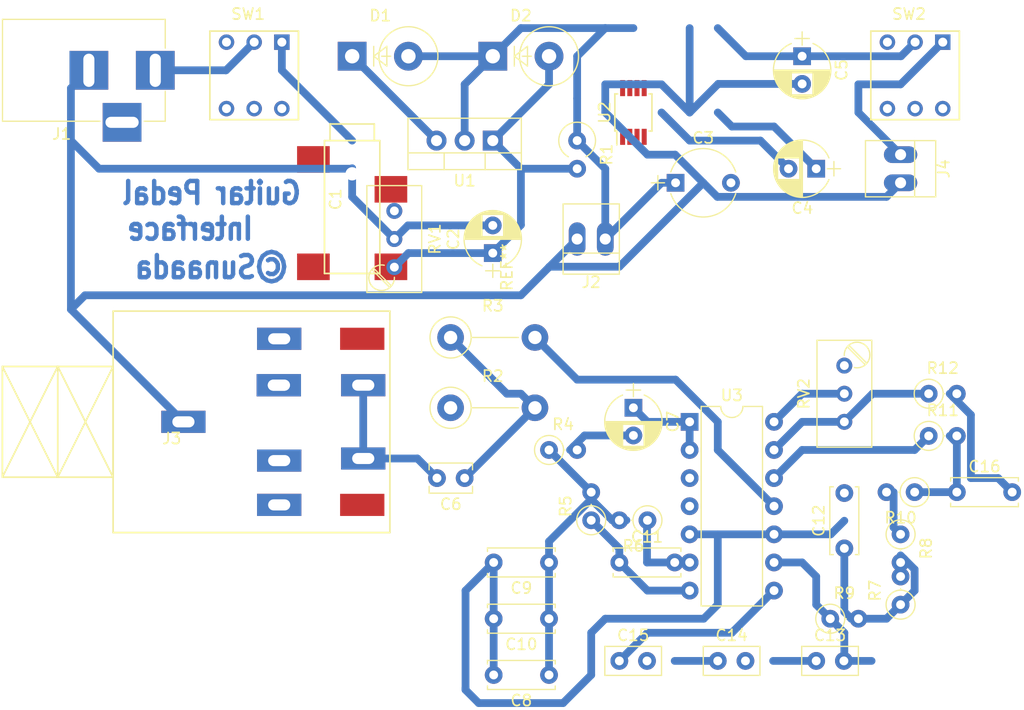
<source format=kicad_pcb>
(kicad_pcb (version 4) (host pcbnew 4.0.6-e0-6349~53~ubuntu16.04.1)

  (general
    (links 75)
    (no_connects 21)
    (area 8.634999 11.305 101.525001 75.775)
    (thickness 1.6)
    (drawings 2)
    (tracks 165)
    (zones 0)
    (modules 42)
    (nets 34)
  )

  (page A4)
  (layers
    (0 F.Cu signal)
    (31 B.Cu signal)
    (32 B.Adhes user)
    (33 F.Adhes user)
    (34 B.Paste user)
    (35 F.Paste user)
    (36 B.SilkS user)
    (37 F.SilkS user)
    (38 B.Mask user)
    (39 F.Mask user)
    (40 Dwgs.User user)
    (41 Cmts.User user)
    (42 Eco1.User user)
    (43 Eco2.User user)
    (44 Edge.Cuts user)
    (45 Margin user)
    (46 B.CrtYd user)
    (47 F.CrtYd user)
    (48 B.Fab user)
    (49 F.Fab user)
  )

  (setup
    (last_trace_width 0.7)
    (trace_clearance 0.2)
    (zone_clearance 0.508)
    (zone_45_only no)
    (trace_min 0.2)
    (segment_width 0.2)
    (edge_width 0.15)
    (via_size 0.7)
    (via_drill 0.4)
    (via_min_size 0.4)
    (via_min_drill 0.3)
    (uvia_size 0.3)
    (uvia_drill 0.1)
    (uvias_allowed no)
    (uvia_min_size 0.2)
    (uvia_min_drill 0.1)
    (pcb_text_width 0.3)
    (pcb_text_size 1.5 1.5)
    (mod_edge_width 0.15)
    (mod_text_size 1 1)
    (mod_text_width 0.15)
    (pad_size 1.44 1.44)
    (pad_drill 0.8)
    (pad_to_mask_clearance 0.2)
    (aux_axis_origin 0 0)
    (visible_elements FFFFFF7F)
    (pcbplotparams
      (layerselection 0x00030_80000001)
      (usegerberextensions false)
      (excludeedgelayer true)
      (linewidth 0.100000)
      (plotframeref false)
      (viasonmask false)
      (mode 1)
      (useauxorigin false)
      (hpglpennumber 1)
      (hpglpenspeed 20)
      (hpglpendiameter 15)
      (hpglpenoverlay 2)
      (psnegative false)
      (psa4output false)
      (plotreference true)
      (plotvalue true)
      (plotinvisibletext false)
      (padsonsilk false)
      (subtractmaskfromsilk false)
      (outputformat 1)
      (mirror false)
      (drillshape 1)
      (scaleselection 1)
      (outputdirectory ""))
  )

  (net 0 "")
  (net 1 "Net-(C1-Pad1)")
  (net 2 "Net-(C2-Pad1)")
  (net 3 "Net-(J1-Pad3)")
  (net 4 "Net-(RV1-Pad3)")
  (net 5 GNDREF)
  (net 6 "Net-(C4-Pad1)")
  (net 7 "Net-(C4-Pad2)")
  (net 8 "Net-(U2-Pad7)")
  (net 9 VCC)
  (net 10 VEE)
  (net 11 "Net-(C6-Pad1)")
  (net 12 "Net-(C6-Pad2)")
  (net 13 "Net-(C7-Pad1)")
  (net 14 "Net-(C7-Pad2)")
  (net 15 "Net-(J3-Pad6)")
  (net 16 "Net-(J3-Pad5)")
  (net 17 "Net-(J3-Pad4)")
  (net 18 "Net-(C13-Pad1)")
  (net 19 "Net-(C10-Pad1)")
  (net 20 "Net-(C11-Pad1)")
  (net 21 "Net-(C11-Pad2)")
  (net 22 "Net-(C14-Pad1)")
  (net 23 "Net-(C12-Pad1)")
  (net 24 "Net-(C13-Pad2)")
  (net 25 "Net-(C15-Pad1)")
  (net 26 "Net-(C5-Pad1)")
  (net 27 "Net-(D1-Pad1)")
  (net 28 "Net-(J1-Pad1)")
  (net 29 "Net-(C16-Pad1)")
  (net 30 "Net-(R11-Pad1)")
  (net 31 "Net-(R12-Pad1)")
  (net 32 "Net-(RV2-Pad1)")
  (net 33 "Net-(RV2-Pad2)")

  (net_class Default "This is the default net class."
    (clearance 0.2)
    (trace_width 0.7)
    (via_dia 0.7)
    (via_drill 0.4)
    (uvia_dia 0.3)
    (uvia_drill 0.1)
    (add_net GNDREF)
    (add_net "Net-(C1-Pad1)")
    (add_net "Net-(C10-Pad1)")
    (add_net "Net-(C11-Pad1)")
    (add_net "Net-(C11-Pad2)")
    (add_net "Net-(C12-Pad1)")
    (add_net "Net-(C13-Pad1)")
    (add_net "Net-(C13-Pad2)")
    (add_net "Net-(C14-Pad1)")
    (add_net "Net-(C15-Pad1)")
    (add_net "Net-(C16-Pad1)")
    (add_net "Net-(C2-Pad1)")
    (add_net "Net-(C4-Pad1)")
    (add_net "Net-(C4-Pad2)")
    (add_net "Net-(C5-Pad1)")
    (add_net "Net-(C6-Pad1)")
    (add_net "Net-(C6-Pad2)")
    (add_net "Net-(C7-Pad1)")
    (add_net "Net-(C7-Pad2)")
    (add_net "Net-(D1-Pad1)")
    (add_net "Net-(J1-Pad1)")
    (add_net "Net-(J1-Pad3)")
    (add_net "Net-(J3-Pad4)")
    (add_net "Net-(J3-Pad5)")
    (add_net "Net-(J3-Pad6)")
    (add_net "Net-(R11-Pad1)")
    (add_net "Net-(R12-Pad1)")
    (add_net "Net-(RV1-Pad3)")
    (add_net "Net-(RV2-Pad1)")
    (add_net "Net-(RV2-Pad2)")
    (add_net "Net-(U2-Pad7)")
    (add_net VCC)
    (add_net VEE)
  )

  (module Connectors:Audio_Jack (layer F.Cu) (tedit 5519588C) (tstamp 58FCD528)
    (at 40.64 24.13 270)
    (path /58DE498D)
    (fp_text reference C1 (at 5.3 1.5 270) (layer F.SilkS)
      (effects (font (size 1 1) (thickness 0.15)))
    )
    (fp_text value C (at 6 -1.3 270) (layer F.Fab)
      (effects (font (size 1 1) (thickness 0.15)))
    )
    (fp_line (start 0 -2) (end -1.5 -2) (layer F.SilkS) (width 0.15))
    (fp_line (start -1.5 -2) (end -1.5 2) (layer F.SilkS) (width 0.15))
    (fp_line (start -1.5 2) (end 0 2) (layer F.SilkS) (width 0.15))
    (fp_line (start 0 -2.5) (end 12 -2.5) (layer F.SilkS) (width 0.15))
    (fp_line (start 12 -2.5) (end 12 2.5) (layer F.SilkS) (width 0.15))
    (fp_line (start 12 2.5) (end 0 2.5) (layer F.SilkS) (width 0.15))
    (fp_line (start 0 2.5) (end 0 -2.5) (layer F.SilkS) (width 0.15))
    (pad 1 smd rect (at 1.7 3.5 270) (size 2.4 2.95) (layers F.Cu F.Paste F.Mask)
      (net 1 "Net-(C1-Pad1)"))
    (pad 2 smd rect (at 11.4 3.5 270) (size 2.4 2.95) (layers F.Cu F.Paste F.Mask)
      (net 5 GNDREF))
    (pad 3 smd rect (at 4.4 -3.5 270) (size 2.4 2.95) (layers F.Cu F.Paste F.Mask))
    (pad 4 smd rect (at 11.4 -3.5 270) (size 2.4 2.95) (layers F.Cu F.Paste F.Mask))
    (pad "" np_thru_hole circle (at 3 0 270) (size 1.2 1.2) (drill 1.2) (layers *.Cu *.Mask))
    (pad "" np_thru_hole circle (at 9 0 270) (size 1.2 1.2) (drill 1.2) (layers *.Cu *.Mask))
  )

  (module Wire_Pads:SolderWirePad_single_0-8mmDrill (layer F.Cu) (tedit 58E535F9) (tstamp 591B5B87)
    (at 57.15 35.56 90)
    (fp_text reference REF** (at 0 -2.54 90) (layer F.SilkS)
      (effects (font (size 1 1) (thickness 0.15)))
    )
    (fp_text value SolderWirePad_single_0-8mmDrill (at 0 2.54 90) (layer F.Fab)
      (effects (font (size 1 1) (thickness 0.15)))
    )
  )

  (module Capacitors_THT:CP_Radial_D5.0mm_P2.50mm (layer F.Cu) (tedit 58DEBD16) (tstamp 58DE488F)
    (at 53.34 34.29 90)
    (descr "CP, Radial series, Radial, pin pitch=2.50mm, , diameter=5mm, Electrolytic Capacitor")
    (tags "CP Radial series Radial pin pitch 2.50mm  diameter 5mm Electrolytic Capacitor")
    (path /58DE4E8A)
    (fp_text reference C2 (at 1.25 -3.56 90) (layer F.SilkS)
      (effects (font (size 1 1) (thickness 0.15)))
    )
    (fp_text value CP_Small (at 1.25 3.56 90) (layer F.Fab)
      (effects (font (size 1 1) (thickness 0.15)))
    )
    (fp_arc (start 1.25 0) (end -1.147436 -0.98) (angle 135.5) (layer F.SilkS) (width 0.12))
    (fp_arc (start 1.25 0) (end -1.147436 0.98) (angle -135.5) (layer F.SilkS) (width 0.12))
    (fp_arc (start 1.25 0) (end 3.647436 -0.98) (angle 44.5) (layer F.SilkS) (width 0.12))
    (fp_circle (center 1.25 0) (end 3.75 0) (layer F.Fab) (width 0.1))
    (fp_line (start -2.2 0) (end -1 0) (layer F.Fab) (width 0.1))
    (fp_line (start -1.6 -0.65) (end -1.6 0.65) (layer F.Fab) (width 0.1))
    (fp_line (start 1.25 -2.55) (end 1.25 2.55) (layer F.SilkS) (width 0.12))
    (fp_line (start 1.29 -2.55) (end 1.29 2.55) (layer F.SilkS) (width 0.12))
    (fp_line (start 1.33 -2.549) (end 1.33 2.549) (layer F.SilkS) (width 0.12))
    (fp_line (start 1.37 -2.548) (end 1.37 2.548) (layer F.SilkS) (width 0.12))
    (fp_line (start 1.41 -2.546) (end 1.41 2.546) (layer F.SilkS) (width 0.12))
    (fp_line (start 1.45 -2.543) (end 1.45 2.543) (layer F.SilkS) (width 0.12))
    (fp_line (start 1.49 -2.539) (end 1.49 2.539) (layer F.SilkS) (width 0.12))
    (fp_line (start 1.53 -2.535) (end 1.53 -0.98) (layer F.SilkS) (width 0.12))
    (fp_line (start 1.53 0.98) (end 1.53 2.535) (layer F.SilkS) (width 0.12))
    (fp_line (start 1.57 -2.531) (end 1.57 -0.98) (layer F.SilkS) (width 0.12))
    (fp_line (start 1.57 0.98) (end 1.57 2.531) (layer F.SilkS) (width 0.12))
    (fp_line (start 1.61 -2.525) (end 1.61 -0.98) (layer F.SilkS) (width 0.12))
    (fp_line (start 1.61 0.98) (end 1.61 2.525) (layer F.SilkS) (width 0.12))
    (fp_line (start 1.65 -2.519) (end 1.65 -0.98) (layer F.SilkS) (width 0.12))
    (fp_line (start 1.65 0.98) (end 1.65 2.519) (layer F.SilkS) (width 0.12))
    (fp_line (start 1.69 -2.513) (end 1.69 -0.98) (layer F.SilkS) (width 0.12))
    (fp_line (start 1.69 0.98) (end 1.69 2.513) (layer F.SilkS) (width 0.12))
    (fp_line (start 1.73 -2.506) (end 1.73 -0.98) (layer F.SilkS) (width 0.12))
    (fp_line (start 1.73 0.98) (end 1.73 2.506) (layer F.SilkS) (width 0.12))
    (fp_line (start 1.77 -2.498) (end 1.77 -0.98) (layer F.SilkS) (width 0.12))
    (fp_line (start 1.77 0.98) (end 1.77 2.498) (layer F.SilkS) (width 0.12))
    (fp_line (start 1.81 -2.489) (end 1.81 -0.98) (layer F.SilkS) (width 0.12))
    (fp_line (start 1.81 0.98) (end 1.81 2.489) (layer F.SilkS) (width 0.12))
    (fp_line (start 1.85 -2.48) (end 1.85 -0.98) (layer F.SilkS) (width 0.12))
    (fp_line (start 1.85 0.98) (end 1.85 2.48) (layer F.SilkS) (width 0.12))
    (fp_line (start 1.89 -2.47) (end 1.89 -0.98) (layer F.SilkS) (width 0.12))
    (fp_line (start 1.89 0.98) (end 1.89 2.47) (layer F.SilkS) (width 0.12))
    (fp_line (start 1.93 -2.46) (end 1.93 -0.98) (layer F.SilkS) (width 0.12))
    (fp_line (start 1.93 0.98) (end 1.93 2.46) (layer F.SilkS) (width 0.12))
    (fp_line (start 1.971 -2.448) (end 1.971 -0.98) (layer F.SilkS) (width 0.12))
    (fp_line (start 1.971 0.98) (end 1.971 2.448) (layer F.SilkS) (width 0.12))
    (fp_line (start 2.011 -2.436) (end 2.011 -0.98) (layer F.SilkS) (width 0.12))
    (fp_line (start 2.011 0.98) (end 2.011 2.436) (layer F.SilkS) (width 0.12))
    (fp_line (start 2.051 -2.424) (end 2.051 -0.98) (layer F.SilkS) (width 0.12))
    (fp_line (start 2.051 0.98) (end 2.051 2.424) (layer F.SilkS) (width 0.12))
    (fp_line (start 2.091 -2.41) (end 2.091 -0.98) (layer F.SilkS) (width 0.12))
    (fp_line (start 2.091 0.98) (end 2.091 2.41) (layer F.SilkS) (width 0.12))
    (fp_line (start 2.131 -2.396) (end 2.131 -0.98) (layer F.SilkS) (width 0.12))
    (fp_line (start 2.131 0.98) (end 2.131 2.396) (layer F.SilkS) (width 0.12))
    (fp_line (start 2.171 -2.382) (end 2.171 -0.98) (layer F.SilkS) (width 0.12))
    (fp_line (start 2.171 0.98) (end 2.171 2.382) (layer F.SilkS) (width 0.12))
    (fp_line (start 2.211 -2.366) (end 2.211 -0.98) (layer F.SilkS) (width 0.12))
    (fp_line (start 2.211 0.98) (end 2.211 2.366) (layer F.SilkS) (width 0.12))
    (fp_line (start 2.251 -2.35) (end 2.251 -0.98) (layer F.SilkS) (width 0.12))
    (fp_line (start 2.251 0.98) (end 2.251 2.35) (layer F.SilkS) (width 0.12))
    (fp_line (start 2.291 -2.333) (end 2.291 -0.98) (layer F.SilkS) (width 0.12))
    (fp_line (start 2.291 0.98) (end 2.291 2.333) (layer F.SilkS) (width 0.12))
    (fp_line (start 2.331 -2.315) (end 2.331 -0.98) (layer F.SilkS) (width 0.12))
    (fp_line (start 2.331 0.98) (end 2.331 2.315) (layer F.SilkS) (width 0.12))
    (fp_line (start 2.371 -2.296) (end 2.371 -0.98) (layer F.SilkS) (width 0.12))
    (fp_line (start 2.371 0.98) (end 2.371 2.296) (layer F.SilkS) (width 0.12))
    (fp_line (start 2.411 -2.276) (end 2.411 -0.98) (layer F.SilkS) (width 0.12))
    (fp_line (start 2.411 0.98) (end 2.411 2.276) (layer F.SilkS) (width 0.12))
    (fp_line (start 2.451 -2.256) (end 2.451 -0.98) (layer F.SilkS) (width 0.12))
    (fp_line (start 2.451 0.98) (end 2.451 2.256) (layer F.SilkS) (width 0.12))
    (fp_line (start 2.491 -2.234) (end 2.491 -0.98) (layer F.SilkS) (width 0.12))
    (fp_line (start 2.491 0.98) (end 2.491 2.234) (layer F.SilkS) (width 0.12))
    (fp_line (start 2.531 -2.212) (end 2.531 -0.98) (layer F.SilkS) (width 0.12))
    (fp_line (start 2.531 0.98) (end 2.531 2.212) (layer F.SilkS) (width 0.12))
    (fp_line (start 2.571 -2.189) (end 2.571 -0.98) (layer F.SilkS) (width 0.12))
    (fp_line (start 2.571 0.98) (end 2.571 2.189) (layer F.SilkS) (width 0.12))
    (fp_line (start 2.611 -2.165) (end 2.611 -0.98) (layer F.SilkS) (width 0.12))
    (fp_line (start 2.611 0.98) (end 2.611 2.165) (layer F.SilkS) (width 0.12))
    (fp_line (start 2.651 -2.14) (end 2.651 -0.98) (layer F.SilkS) (width 0.12))
    (fp_line (start 2.651 0.98) (end 2.651 2.14) (layer F.SilkS) (width 0.12))
    (fp_line (start 2.691 -2.113) (end 2.691 -0.98) (layer F.SilkS) (width 0.12))
    (fp_line (start 2.691 0.98) (end 2.691 2.113) (layer F.SilkS) (width 0.12))
    (fp_line (start 2.731 -2.086) (end 2.731 -0.98) (layer F.SilkS) (width 0.12))
    (fp_line (start 2.731 0.98) (end 2.731 2.086) (layer F.SilkS) (width 0.12))
    (fp_line (start 2.771 -2.058) (end 2.771 -0.98) (layer F.SilkS) (width 0.12))
    (fp_line (start 2.771 0.98) (end 2.771 2.058) (layer F.SilkS) (width 0.12))
    (fp_line (start 2.811 -2.028) (end 2.811 -0.98) (layer F.SilkS) (width 0.12))
    (fp_line (start 2.811 0.98) (end 2.811 2.028) (layer F.SilkS) (width 0.12))
    (fp_line (start 2.851 -1.997) (end 2.851 -0.98) (layer F.SilkS) (width 0.12))
    (fp_line (start 2.851 0.98) (end 2.851 1.997) (layer F.SilkS) (width 0.12))
    (fp_line (start 2.891 -1.965) (end 2.891 -0.98) (layer F.SilkS) (width 0.12))
    (fp_line (start 2.891 0.98) (end 2.891 1.965) (layer F.SilkS) (width 0.12))
    (fp_line (start 2.931 -1.932) (end 2.931 -0.98) (layer F.SilkS) (width 0.12))
    (fp_line (start 2.931 0.98) (end 2.931 1.932) (layer F.SilkS) (width 0.12))
    (fp_line (start 2.971 -1.897) (end 2.971 -0.98) (layer F.SilkS) (width 0.12))
    (fp_line (start 2.971 0.98) (end 2.971 1.897) (layer F.SilkS) (width 0.12))
    (fp_line (start 3.011 -1.861) (end 3.011 -0.98) (layer F.SilkS) (width 0.12))
    (fp_line (start 3.011 0.98) (end 3.011 1.861) (layer F.SilkS) (width 0.12))
    (fp_line (start 3.051 -1.823) (end 3.051 -0.98) (layer F.SilkS) (width 0.12))
    (fp_line (start 3.051 0.98) (end 3.051 1.823) (layer F.SilkS) (width 0.12))
    (fp_line (start 3.091 -1.783) (end 3.091 -0.98) (layer F.SilkS) (width 0.12))
    (fp_line (start 3.091 0.98) (end 3.091 1.783) (layer F.SilkS) (width 0.12))
    (fp_line (start 3.131 -1.742) (end 3.131 -0.98) (layer F.SilkS) (width 0.12))
    (fp_line (start 3.131 0.98) (end 3.131 1.742) (layer F.SilkS) (width 0.12))
    (fp_line (start 3.171 -1.699) (end 3.171 -0.98) (layer F.SilkS) (width 0.12))
    (fp_line (start 3.171 0.98) (end 3.171 1.699) (layer F.SilkS) (width 0.12))
    (fp_line (start 3.211 -1.654) (end 3.211 -0.98) (layer F.SilkS) (width 0.12))
    (fp_line (start 3.211 0.98) (end 3.211 1.654) (layer F.SilkS) (width 0.12))
    (fp_line (start 3.251 -1.606) (end 3.251 -0.98) (layer F.SilkS) (width 0.12))
    (fp_line (start 3.251 0.98) (end 3.251 1.606) (layer F.SilkS) (width 0.12))
    (fp_line (start 3.291 -1.556) (end 3.291 -0.98) (layer F.SilkS) (width 0.12))
    (fp_line (start 3.291 0.98) (end 3.291 1.556) (layer F.SilkS) (width 0.12))
    (fp_line (start 3.331 -1.504) (end 3.331 -0.98) (layer F.SilkS) (width 0.12))
    (fp_line (start 3.331 0.98) (end 3.331 1.504) (layer F.SilkS) (width 0.12))
    (fp_line (start 3.371 -1.448) (end 3.371 -0.98) (layer F.SilkS) (width 0.12))
    (fp_line (start 3.371 0.98) (end 3.371 1.448) (layer F.SilkS) (width 0.12))
    (fp_line (start 3.411 -1.39) (end 3.411 -0.98) (layer F.SilkS) (width 0.12))
    (fp_line (start 3.411 0.98) (end 3.411 1.39) (layer F.SilkS) (width 0.12))
    (fp_line (start 3.451 -1.327) (end 3.451 -0.98) (layer F.SilkS) (width 0.12))
    (fp_line (start 3.451 0.98) (end 3.451 1.327) (layer F.SilkS) (width 0.12))
    (fp_line (start 3.491 -1.261) (end 3.491 1.261) (layer F.SilkS) (width 0.12))
    (fp_line (start 3.531 -1.189) (end 3.531 1.189) (layer F.SilkS) (width 0.12))
    (fp_line (start 3.571 -1.112) (end 3.571 1.112) (layer F.SilkS) (width 0.12))
    (fp_line (start 3.611 -1.028) (end 3.611 1.028) (layer F.SilkS) (width 0.12))
    (fp_line (start 3.651 -0.934) (end 3.651 0.934) (layer F.SilkS) (width 0.12))
    (fp_line (start 3.691 -0.829) (end 3.691 0.829) (layer F.SilkS) (width 0.12))
    (fp_line (start 3.731 -0.707) (end 3.731 0.707) (layer F.SilkS) (width 0.12))
    (fp_line (start 3.771 -0.559) (end 3.771 0.559) (layer F.SilkS) (width 0.12))
    (fp_line (start 3.811 -0.354) (end 3.811 0.354) (layer F.SilkS) (width 0.12))
    (fp_line (start -2.2 0) (end -1 0) (layer F.SilkS) (width 0.12))
    (fp_line (start -1.6 -0.65) (end -1.6 0.65) (layer F.SilkS) (width 0.12))
    (fp_line (start -1.6 -2.85) (end -1.6 2.85) (layer F.CrtYd) (width 0.05))
    (fp_line (start -1.6 2.85) (end 4.1 2.85) (layer F.CrtYd) (width 0.05))
    (fp_line (start 4.1 2.85) (end 4.1 -2.85) (layer F.CrtYd) (width 0.05))
    (fp_line (start 4.1 -2.85) (end -1.6 -2.85) (layer F.CrtYd) (width 0.05))
    (pad 1 thru_hole rect (at 0 0 90) (size 1.6 1.6) (drill 0.8) (layers *.Cu *.Mask)
      (net 2 "Net-(C2-Pad1)"))
    (pad 2 thru_hole circle (at 2.5 0 90) (size 1.6 1.6) (drill 0.8) (layers *.Cu *.Mask)
      (net 5 GNDREF))
    (model Capacitors_THT.3dshapes/CP_Radial_D5.0mm_P2.50mm.wrl
      (at (xyz 0 0 0))
      (scale (xyz 0.393701 0.393701 0.393701))
      (rotate (xyz 0 0 0))
    )
  )

  (module Diodes_THT:D_DO-201_P5.08mm_Vertical_KathodeUp (layer F.Cu) (tedit 58DEBEF9) (tstamp 58DE489B)
    (at 40.64 16.51)
    (descr "D, DO-201 series, Axial, Vertical, pin pitch=5.08mm, , length*diameter=9.53*5.21mm^2, , http://www.diodes.com/_files/packages/DO-201.pdf")
    (tags "D DO-201 series Axial Vertical pin pitch 5.08mm  length 9.53mm diameter 5.21mm")
    (path /58DE4A51)
    (fp_text reference D1 (at 2.54 -3.665) (layer F.SilkS)
      (effects (font (size 1 1) (thickness 0.15)))
    )
    (fp_text value D (at 2.54 3.665) (layer F.Fab)
      (effects (font (size 1 1) (thickness 0.15)))
    )
    (fp_circle (center 5.08 0) (end 7.685 0) (layer F.Fab) (width 0.1))
    (fp_circle (center 5.08 0) (end 7.745 0) (layer F.SilkS) (width 0.12))
    (fp_line (start 0 0) (end 5.08 0) (layer F.Fab) (width 0.1))
    (fp_line (start 2.665 0) (end 3.48 0) (layer F.SilkS) (width 0.12))
    (fp_line (start 1.947333 -0.889) (end 1.947333 0.889) (layer F.SilkS) (width 0.12))
    (fp_line (start 1.947333 0) (end 3.132667 -0.889) (layer F.SilkS) (width 0.12))
    (fp_line (start 3.132667 -0.889) (end 3.132667 0.889) (layer F.SilkS) (width 0.12))
    (fp_line (start 3.132667 0.889) (end 1.947333 0) (layer F.SilkS) (width 0.12))
    (fp_line (start -1.65 -2.95) (end -1.65 2.95) (layer F.CrtYd) (width 0.05))
    (fp_line (start -1.65 2.95) (end 8 2.95) (layer F.CrtYd) (width 0.05))
    (fp_line (start 8 2.95) (end 8 -2.95) (layer F.CrtYd) (width 0.05))
    (fp_line (start 8 -2.95) (end -1.65 -2.95) (layer F.CrtYd) (width 0.05))
    (fp_text user K (at -2 0) (layer F.Fab)
      (effects (font (size 1 1) (thickness 0.15)))
    )
    (pad 1 thru_hole rect (at 0 0) (size 2.6 2.6) (drill 1.3) (layers *.Cu *.Mask)
      (net 27 "Net-(D1-Pad1)"))
    (pad 2 thru_hole oval (at 5.08 0) (size 2.6 2.6) (drill 1.3) (layers *.Cu *.Mask)
      (net 9 VCC))
    (model Diodes_THT.3dshapes/D_DO-201_P5.08mm_Vertical_KathodeUp.wrl
      (at (xyz 0 0 0))
      (scale (xyz 0.393701 0.393701 0.393701))
      (rotate (xyz 0 0 0))
    )
  )

  (module Diodes_THT:D_DO-201_P5.08mm_Vertical_KathodeUp (layer F.Cu) (tedit 58DEBF02) (tstamp 58DE48A1)
    (at 53.34 16.51)
    (descr "D, DO-201 series, Axial, Vertical, pin pitch=5.08mm, , length*diameter=9.53*5.21mm^2, , http://www.diodes.com/_files/packages/DO-201.pdf")
    (tags "D DO-201 series Axial Vertical pin pitch 5.08mm  length 9.53mm diameter 5.21mm")
    (path /58DE4AC2)
    (fp_text reference D2 (at 2.54 -3.665) (layer F.SilkS)
      (effects (font (size 1 1) (thickness 0.15)))
    )
    (fp_text value D (at 2.54 3.665) (layer F.Fab)
      (effects (font (size 1 1) (thickness 0.15)))
    )
    (fp_circle (center 5.08 0) (end 7.685 0) (layer F.Fab) (width 0.1))
    (fp_circle (center 5.08 0) (end 7.745 0) (layer F.SilkS) (width 0.12))
    (fp_line (start 0 0) (end 5.08 0) (layer F.Fab) (width 0.1))
    (fp_line (start 2.665 0) (end 3.48 0) (layer F.SilkS) (width 0.12))
    (fp_line (start 1.947333 -0.889) (end 1.947333 0.889) (layer F.SilkS) (width 0.12))
    (fp_line (start 1.947333 0) (end 3.132667 -0.889) (layer F.SilkS) (width 0.12))
    (fp_line (start 3.132667 -0.889) (end 3.132667 0.889) (layer F.SilkS) (width 0.12))
    (fp_line (start 3.132667 0.889) (end 1.947333 0) (layer F.SilkS) (width 0.12))
    (fp_line (start -1.65 -2.95) (end -1.65 2.95) (layer F.CrtYd) (width 0.05))
    (fp_line (start -1.65 2.95) (end 8 2.95) (layer F.CrtYd) (width 0.05))
    (fp_line (start 8 2.95) (end 8 -2.95) (layer F.CrtYd) (width 0.05))
    (fp_line (start 8 -2.95) (end -1.65 -2.95) (layer F.CrtYd) (width 0.05))
    (fp_text user K (at -2 0) (layer F.Fab)
      (effects (font (size 1 1) (thickness 0.15)))
    )
    (pad 1 thru_hole rect (at 0 0) (size 2.6 2.6) (drill 1.3) (layers *.Cu *.Mask)
      (net 9 VCC))
    (pad 2 thru_hole oval (at 5.08 0) (size 2.6 2.6) (drill 1.3) (layers *.Cu *.Mask)
      (net 2 "Net-(C2-Pad1)"))
    (model Diodes_THT.3dshapes/D_DO-201_P5.08mm_Vertical_KathodeUp.wrl
      (at (xyz 0 0 0))
      (scale (xyz 0.393701 0.393701 0.393701))
      (rotate (xyz 0 0 0))
    )
  )

  (module Connectors:BARREL_JACK (layer F.Cu) (tedit 5861378E) (tstamp 58DE48A8)
    (at 22.86 17.78)
    (descr "DC Barrel Jack")
    (tags "Power Jack")
    (path /58DE4654)
    (fp_text reference J1 (at -8.45 5.75 180) (layer F.SilkS)
      (effects (font (size 1 1) (thickness 0.15)))
    )
    (fp_text value BARREL_JACK (at -6.2 -5.5) (layer F.Fab)
      (effects (font (size 1 1) (thickness 0.15)))
    )
    (fp_line (start 1 -4.5) (end 1 -4.75) (layer F.CrtYd) (width 0.05))
    (fp_line (start 1 -4.75) (end -14 -4.75) (layer F.CrtYd) (width 0.05))
    (fp_line (start 1 -4.5) (end 1 -2) (layer F.CrtYd) (width 0.05))
    (fp_line (start 1 -2) (end 2 -2) (layer F.CrtYd) (width 0.05))
    (fp_line (start 2 -2) (end 2 2) (layer F.CrtYd) (width 0.05))
    (fp_line (start 2 2) (end 1 2) (layer F.CrtYd) (width 0.05))
    (fp_line (start 1 2) (end 1 4.75) (layer F.CrtYd) (width 0.05))
    (fp_line (start 1 4.75) (end -1 4.75) (layer F.CrtYd) (width 0.05))
    (fp_line (start -1 4.75) (end -1 6.75) (layer F.CrtYd) (width 0.05))
    (fp_line (start -1 6.75) (end -5 6.75) (layer F.CrtYd) (width 0.05))
    (fp_line (start -5 6.75) (end -5 4.75) (layer F.CrtYd) (width 0.05))
    (fp_line (start -5 4.75) (end -14 4.75) (layer F.CrtYd) (width 0.05))
    (fp_line (start -14 4.75) (end -14 -4.75) (layer F.CrtYd) (width 0.05))
    (fp_line (start -5 4.6) (end -13.8 4.6) (layer F.SilkS) (width 0.12))
    (fp_line (start -13.8 4.6) (end -13.8 -4.6) (layer F.SilkS) (width 0.12))
    (fp_line (start 0.9 1.9) (end 0.9 4.6) (layer F.SilkS) (width 0.12))
    (fp_line (start 0.9 4.6) (end -1 4.6) (layer F.SilkS) (width 0.12))
    (fp_line (start -13.8 -4.6) (end 0.9 -4.6) (layer F.SilkS) (width 0.12))
    (fp_line (start 0.9 -4.6) (end 0.9 -2) (layer F.SilkS) (width 0.12))
    (fp_line (start -10.2 -4.5) (end -10.2 4.5) (layer F.Fab) (width 0.1))
    (fp_line (start -13.7 -4.5) (end -13.7 4.5) (layer F.Fab) (width 0.1))
    (fp_line (start -13.7 4.5) (end 0.8 4.5) (layer F.Fab) (width 0.1))
    (fp_line (start 0.8 4.5) (end 0.8 -4.5) (layer F.Fab) (width 0.1))
    (fp_line (start 0.8 -4.5) (end -13.7 -4.5) (layer F.Fab) (width 0.1))
    (pad 1 thru_hole rect (at 0 0) (size 3.5 3.5) (drill oval 1 3) (layers *.Cu *.Mask)
      (net 28 "Net-(J1-Pad1)"))
    (pad 2 thru_hole rect (at -6 0) (size 3.5 3.5) (drill oval 1 3) (layers *.Cu *.Mask)
      (net 5 GNDREF))
    (pad 3 thru_hole rect (at -3 4.7) (size 3.5 3.5) (drill oval 3 1) (layers *.Cu *.Mask)
      (net 3 "Net-(J1-Pad3)"))
  )

  (module Resistors_THT:R_Axial_DIN0309_L9.0mm_D3.2mm_P2.54mm_Vertical (layer F.Cu) (tedit 58DEBEA4) (tstamp 58DE48AE)
    (at 60.96 24.13 270)
    (descr "Resistor, Axial_DIN0309 series, Axial, Vertical, pin pitch=2.54mm, 0.5W = 1/2W, length*diameter=9*3.2mm^2, http://cdn-reichelt.de/documents/datenblatt/B400/1_4W%23YAG.pdf")
    (tags "Resistor Axial_DIN0309 series Axial Vertical pin pitch 2.54mm 0.5W = 1/2W length 9mm diameter 3.2mm")
    (path /58DE4B47)
    (fp_text reference R1 (at 1.27 -2.66 270) (layer F.SilkS)
      (effects (font (size 1 1) (thickness 0.15)))
    )
    (fp_text value R (at 1.27 2.66 270) (layer F.Fab)
      (effects (font (size 1 1) (thickness 0.15)))
    )
    (fp_arc (start 0 0) (end 1.45451 -0.8) (angle -302.4) (layer F.SilkS) (width 0.12))
    (fp_circle (center 0 0) (end 1.6 0) (layer F.Fab) (width 0.1))
    (fp_line (start 0 0) (end 2.54 0) (layer F.Fab) (width 0.1))
    (fp_line (start -1.95 -1.95) (end -1.95 1.95) (layer F.CrtYd) (width 0.05))
    (fp_line (start -1.95 1.95) (end 3.65 1.95) (layer F.CrtYd) (width 0.05))
    (fp_line (start 3.65 1.95) (end 3.65 -1.95) (layer F.CrtYd) (width 0.05))
    (fp_line (start 3.65 -1.95) (end -1.95 -1.95) (layer F.CrtYd) (width 0.05))
    (pad 1 thru_hole circle (at 0 0 270) (size 1.6 1.6) (drill 0.8) (layers *.Cu *.Mask)
      (net 9 VCC))
    (pad 2 thru_hole oval (at 2.54 0 270) (size 1.6 1.6) (drill 0.8) (layers *.Cu *.Mask)
      (net 2 "Net-(C2-Pad1)"))
    (model Resistors_THT.3dshapes/R_Axial_DIN0309_L9.0mm_D3.2mm_P2.54mm_Vertical.wrl
      (at (xyz 0 0 0))
      (scale (xyz 0.393701 0.393701 0.393701))
      (rotate (xyz 0 0 0))
    )
  )

  (module Potentiometers:Potentiometer_Trimmer_Bourns_3296W (layer F.Cu) (tedit 58826ECB) (tstamp 58DE48B5)
    (at 44.45 35.56 270)
    (descr "Spindle Trimmer Potentiometer, Bourns 3296W, https://www.bourns.com/pdfs/3296.pdf")
    (tags "Spindle Trimmer Potentiometer   Bourns 3296W")
    (path /58DE4C79)
    (fp_text reference RV1 (at -2.54 -3.66 270) (layer F.SilkS)
      (effects (font (size 1 1) (thickness 0.15)))
    )
    (fp_text value POT_TRIM (at -2.54 3.67 270) (layer F.Fab)
      (effects (font (size 1 1) (thickness 0.15)))
    )
    (fp_arc (start 0.955 1.15) (end 0.955 2.305) (angle -182) (layer F.SilkS) (width 0.12))
    (fp_arc (start 0.955 1.15) (end -0.174 0.91) (angle -103) (layer F.SilkS) (width 0.12))
    (fp_circle (center 0.955 1.15) (end 2.05 1.15) (layer F.Fab) (width 0.1))
    (fp_line (start -7.305 -2.41) (end -7.305 2.42) (layer F.Fab) (width 0.1))
    (fp_line (start -7.305 2.42) (end 2.225 2.42) (layer F.Fab) (width 0.1))
    (fp_line (start 2.225 2.42) (end 2.225 -2.41) (layer F.Fab) (width 0.1))
    (fp_line (start 2.225 -2.41) (end -7.305 -2.41) (layer F.Fab) (width 0.1))
    (fp_line (start 1.786 0.454) (end 0.259 1.981) (layer F.Fab) (width 0.1))
    (fp_line (start 1.652 0.32) (end 0.125 1.847) (layer F.Fab) (width 0.1))
    (fp_line (start -7.365 -2.47) (end 2.285 -2.47) (layer F.SilkS) (width 0.12))
    (fp_line (start -7.365 2.481) (end 2.285 2.481) (layer F.SilkS) (width 0.12))
    (fp_line (start -7.365 -2.47) (end -7.365 2.481) (layer F.SilkS) (width 0.12))
    (fp_line (start 2.285 -2.47) (end 2.285 2.481) (layer F.SilkS) (width 0.12))
    (fp_line (start 1.831 0.416) (end 0.22 2.026) (layer F.SilkS) (width 0.12))
    (fp_line (start 1.691 0.275) (end 0.079 1.885) (layer F.SilkS) (width 0.12))
    (fp_line (start -7.6 -2.7) (end -7.6 2.7) (layer F.CrtYd) (width 0.05))
    (fp_line (start -7.6 2.7) (end 2.5 2.7) (layer F.CrtYd) (width 0.05))
    (fp_line (start 2.5 2.7) (end 2.5 -2.7) (layer F.CrtYd) (width 0.05))
    (fp_line (start 2.5 -2.7) (end -7.6 -2.7) (layer F.CrtYd) (width 0.05))
    (pad 1 thru_hole circle (at 0 0 270) (size 1.44 1.44) (drill 0.8) (layers *.Cu *.Mask)
      (net 2 "Net-(C2-Pad1)"))
    (pad 2 thru_hole circle (at -2.54 0 270) (size 1.44 1.44) (drill 0.8) (layers *.Cu *.Mask)
      (net 5 GNDREF))
    (pad 3 thru_hole circle (at -5.08 0 270) (size 1.44 1.44) (drill 0.8) (layers *.Cu *.Mask)
      (net 4 "Net-(RV1-Pad3)"))
    (model Potentiometers.3dshapes/Potentiometer_Trimmer_Bourns_3296W.wrl
      (at (xyz 0 0 0))
      (scale (xyz 1 1 1))
      (rotate (xyz 0 0 -90))
    )
  )

  (module TO_SOT_Packages_THT:TO-220_Vertical (layer F.Cu) (tedit 58A217F2) (tstamp 58DE48BC)
    (at 53.34 24.13 180)
    (descr "TO-220, Vertical, RM 2.54mm")
    (tags "TO-220 Vertical RM 2.54mm")
    (path /58DE4798)
    (fp_text reference U1 (at 2.54 -3.62 180) (layer F.SilkS)
      (effects (font (size 1 1) (thickness 0.15)))
    )
    (fp_text value LM317T (at 2.54 3.92 180) (layer F.Fab)
      (effects (font (size 1 1) (thickness 0.15)))
    )
    (fp_line (start -2.46 -2.5) (end -2.46 1.9) (layer F.Fab) (width 0.1))
    (fp_line (start -2.46 1.9) (end 7.54 1.9) (layer F.Fab) (width 0.1))
    (fp_line (start 7.54 1.9) (end 7.54 -2.5) (layer F.Fab) (width 0.1))
    (fp_line (start 7.54 -2.5) (end -2.46 -2.5) (layer F.Fab) (width 0.1))
    (fp_line (start -2.46 -1.23) (end 7.54 -1.23) (layer F.Fab) (width 0.1))
    (fp_line (start 0.69 -2.5) (end 0.69 -1.23) (layer F.Fab) (width 0.1))
    (fp_line (start 4.39 -2.5) (end 4.39 -1.23) (layer F.Fab) (width 0.1))
    (fp_line (start -2.58 -2.62) (end 7.66 -2.62) (layer F.SilkS) (width 0.12))
    (fp_line (start -2.58 2.021) (end 7.66 2.021) (layer F.SilkS) (width 0.12))
    (fp_line (start -2.58 -2.62) (end -2.58 2.021) (layer F.SilkS) (width 0.12))
    (fp_line (start 7.66 -2.62) (end 7.66 2.021) (layer F.SilkS) (width 0.12))
    (fp_line (start -2.58 -1.11) (end 7.66 -1.11) (layer F.SilkS) (width 0.12))
    (fp_line (start 0.69 -2.62) (end 0.69 -1.11) (layer F.SilkS) (width 0.12))
    (fp_line (start 4.391 -2.62) (end 4.391 -1.11) (layer F.SilkS) (width 0.12))
    (fp_line (start -2.71 -2.75) (end -2.71 2.16) (layer F.CrtYd) (width 0.05))
    (fp_line (start -2.71 2.16) (end 7.79 2.16) (layer F.CrtYd) (width 0.05))
    (fp_line (start 7.79 2.16) (end 7.79 -2.75) (layer F.CrtYd) (width 0.05))
    (fp_line (start 7.79 -2.75) (end -2.71 -2.75) (layer F.CrtYd) (width 0.05))
    (fp_text user %R (at 2.54 -3.62 180) (layer F.Fab)
      (effects (font (size 1 1) (thickness 0.15)))
    )
    (pad 1 thru_hole rect (at 0 0 180) (size 1.8 1.8) (drill 1) (layers *.Cu *.Mask)
      (net 2 "Net-(C2-Pad1)"))
    (pad 2 thru_hole oval (at 2.54 0 180) (size 1.8 1.8) (drill 1) (layers *.Cu *.Mask)
      (net 9 VCC))
    (pad 3 thru_hole oval (at 5.08 0 180) (size 1.8 1.8) (drill 1) (layers *.Cu *.Mask)
      (net 27 "Net-(D1-Pad1)"))
    (model TO_SOT_Packages_THT.3dshapes/TO-220_Vertical.wrl
      (at (xyz 0.1 0 0))
      (scale (xyz 0.393701 0.393701 0.393701))
      (rotate (xyz 0 0 0))
    )
  )

  (module Capacitors_THT:CP_Radial_D5.0mm_P2.50mm (layer F.Cu) (tedit 58DEBCF4) (tstamp 58DE5660)
    (at 82.55 26.67 180)
    (descr "CP, Radial series, Radial, pin pitch=2.50mm, , diameter=5mm, Electrolytic Capacitor")
    (tags "CP Radial series Radial pin pitch 2.50mm  diameter 5mm Electrolytic Capacitor")
    (path /58DE56D5)
    (fp_text reference C4 (at 1.25 -3.56 180) (layer F.SilkS)
      (effects (font (size 1 1) (thickness 0.15)))
    )
    (fp_text value CP (at 1.25 3.56 180) (layer F.Fab)
      (effects (font (size 1 1) (thickness 0.15)))
    )
    (fp_arc (start 1.25 0) (end -1.147436 -0.98) (angle 135.5) (layer F.SilkS) (width 0.12))
    (fp_arc (start 1.25 0) (end -1.147436 0.98) (angle -135.5) (layer F.SilkS) (width 0.12))
    (fp_arc (start 1.25 0) (end 3.647436 -0.98) (angle 44.5) (layer F.SilkS) (width 0.12))
    (fp_circle (center 1.25 0) (end 3.75 0) (layer F.Fab) (width 0.1))
    (fp_line (start -2.2 0) (end -1 0) (layer F.Fab) (width 0.1))
    (fp_line (start -1.6 -0.65) (end -1.6 0.65) (layer F.Fab) (width 0.1))
    (fp_line (start 1.25 -2.55) (end 1.25 2.55) (layer F.SilkS) (width 0.12))
    (fp_line (start 1.29 -2.55) (end 1.29 2.55) (layer F.SilkS) (width 0.12))
    (fp_line (start 1.33 -2.549) (end 1.33 2.549) (layer F.SilkS) (width 0.12))
    (fp_line (start 1.37 -2.548) (end 1.37 2.548) (layer F.SilkS) (width 0.12))
    (fp_line (start 1.41 -2.546) (end 1.41 2.546) (layer F.SilkS) (width 0.12))
    (fp_line (start 1.45 -2.543) (end 1.45 2.543) (layer F.SilkS) (width 0.12))
    (fp_line (start 1.49 -2.539) (end 1.49 2.539) (layer F.SilkS) (width 0.12))
    (fp_line (start 1.53 -2.535) (end 1.53 -0.98) (layer F.SilkS) (width 0.12))
    (fp_line (start 1.53 0.98) (end 1.53 2.535) (layer F.SilkS) (width 0.12))
    (fp_line (start 1.57 -2.531) (end 1.57 -0.98) (layer F.SilkS) (width 0.12))
    (fp_line (start 1.57 0.98) (end 1.57 2.531) (layer F.SilkS) (width 0.12))
    (fp_line (start 1.61 -2.525) (end 1.61 -0.98) (layer F.SilkS) (width 0.12))
    (fp_line (start 1.61 0.98) (end 1.61 2.525) (layer F.SilkS) (width 0.12))
    (fp_line (start 1.65 -2.519) (end 1.65 -0.98) (layer F.SilkS) (width 0.12))
    (fp_line (start 1.65 0.98) (end 1.65 2.519) (layer F.SilkS) (width 0.12))
    (fp_line (start 1.69 -2.513) (end 1.69 -0.98) (layer F.SilkS) (width 0.12))
    (fp_line (start 1.69 0.98) (end 1.69 2.513) (layer F.SilkS) (width 0.12))
    (fp_line (start 1.73 -2.506) (end 1.73 -0.98) (layer F.SilkS) (width 0.12))
    (fp_line (start 1.73 0.98) (end 1.73 2.506) (layer F.SilkS) (width 0.12))
    (fp_line (start 1.77 -2.498) (end 1.77 -0.98) (layer F.SilkS) (width 0.12))
    (fp_line (start 1.77 0.98) (end 1.77 2.498) (layer F.SilkS) (width 0.12))
    (fp_line (start 1.81 -2.489) (end 1.81 -0.98) (layer F.SilkS) (width 0.12))
    (fp_line (start 1.81 0.98) (end 1.81 2.489) (layer F.SilkS) (width 0.12))
    (fp_line (start 1.85 -2.48) (end 1.85 -0.98) (layer F.SilkS) (width 0.12))
    (fp_line (start 1.85 0.98) (end 1.85 2.48) (layer F.SilkS) (width 0.12))
    (fp_line (start 1.89 -2.47) (end 1.89 -0.98) (layer F.SilkS) (width 0.12))
    (fp_line (start 1.89 0.98) (end 1.89 2.47) (layer F.SilkS) (width 0.12))
    (fp_line (start 1.93 -2.46) (end 1.93 -0.98) (layer F.SilkS) (width 0.12))
    (fp_line (start 1.93 0.98) (end 1.93 2.46) (layer F.SilkS) (width 0.12))
    (fp_line (start 1.971 -2.448) (end 1.971 -0.98) (layer F.SilkS) (width 0.12))
    (fp_line (start 1.971 0.98) (end 1.971 2.448) (layer F.SilkS) (width 0.12))
    (fp_line (start 2.011 -2.436) (end 2.011 -0.98) (layer F.SilkS) (width 0.12))
    (fp_line (start 2.011 0.98) (end 2.011 2.436) (layer F.SilkS) (width 0.12))
    (fp_line (start 2.051 -2.424) (end 2.051 -0.98) (layer F.SilkS) (width 0.12))
    (fp_line (start 2.051 0.98) (end 2.051 2.424) (layer F.SilkS) (width 0.12))
    (fp_line (start 2.091 -2.41) (end 2.091 -0.98) (layer F.SilkS) (width 0.12))
    (fp_line (start 2.091 0.98) (end 2.091 2.41) (layer F.SilkS) (width 0.12))
    (fp_line (start 2.131 -2.396) (end 2.131 -0.98) (layer F.SilkS) (width 0.12))
    (fp_line (start 2.131 0.98) (end 2.131 2.396) (layer F.SilkS) (width 0.12))
    (fp_line (start 2.171 -2.382) (end 2.171 -0.98) (layer F.SilkS) (width 0.12))
    (fp_line (start 2.171 0.98) (end 2.171 2.382) (layer F.SilkS) (width 0.12))
    (fp_line (start 2.211 -2.366) (end 2.211 -0.98) (layer F.SilkS) (width 0.12))
    (fp_line (start 2.211 0.98) (end 2.211 2.366) (layer F.SilkS) (width 0.12))
    (fp_line (start 2.251 -2.35) (end 2.251 -0.98) (layer F.SilkS) (width 0.12))
    (fp_line (start 2.251 0.98) (end 2.251 2.35) (layer F.SilkS) (width 0.12))
    (fp_line (start 2.291 -2.333) (end 2.291 -0.98) (layer F.SilkS) (width 0.12))
    (fp_line (start 2.291 0.98) (end 2.291 2.333) (layer F.SilkS) (width 0.12))
    (fp_line (start 2.331 -2.315) (end 2.331 -0.98) (layer F.SilkS) (width 0.12))
    (fp_line (start 2.331 0.98) (end 2.331 2.315) (layer F.SilkS) (width 0.12))
    (fp_line (start 2.371 -2.296) (end 2.371 -0.98) (layer F.SilkS) (width 0.12))
    (fp_line (start 2.371 0.98) (end 2.371 2.296) (layer F.SilkS) (width 0.12))
    (fp_line (start 2.411 -2.276) (end 2.411 -0.98) (layer F.SilkS) (width 0.12))
    (fp_line (start 2.411 0.98) (end 2.411 2.276) (layer F.SilkS) (width 0.12))
    (fp_line (start 2.451 -2.256) (end 2.451 -0.98) (layer F.SilkS) (width 0.12))
    (fp_line (start 2.451 0.98) (end 2.451 2.256) (layer F.SilkS) (width 0.12))
    (fp_line (start 2.491 -2.234) (end 2.491 -0.98) (layer F.SilkS) (width 0.12))
    (fp_line (start 2.491 0.98) (end 2.491 2.234) (layer F.SilkS) (width 0.12))
    (fp_line (start 2.531 -2.212) (end 2.531 -0.98) (layer F.SilkS) (width 0.12))
    (fp_line (start 2.531 0.98) (end 2.531 2.212) (layer F.SilkS) (width 0.12))
    (fp_line (start 2.571 -2.189) (end 2.571 -0.98) (layer F.SilkS) (width 0.12))
    (fp_line (start 2.571 0.98) (end 2.571 2.189) (layer F.SilkS) (width 0.12))
    (fp_line (start 2.611 -2.165) (end 2.611 -0.98) (layer F.SilkS) (width 0.12))
    (fp_line (start 2.611 0.98) (end 2.611 2.165) (layer F.SilkS) (width 0.12))
    (fp_line (start 2.651 -2.14) (end 2.651 -0.98) (layer F.SilkS) (width 0.12))
    (fp_line (start 2.651 0.98) (end 2.651 2.14) (layer F.SilkS) (width 0.12))
    (fp_line (start 2.691 -2.113) (end 2.691 -0.98) (layer F.SilkS) (width 0.12))
    (fp_line (start 2.691 0.98) (end 2.691 2.113) (layer F.SilkS) (width 0.12))
    (fp_line (start 2.731 -2.086) (end 2.731 -0.98) (layer F.SilkS) (width 0.12))
    (fp_line (start 2.731 0.98) (end 2.731 2.086) (layer F.SilkS) (width 0.12))
    (fp_line (start 2.771 -2.058) (end 2.771 -0.98) (layer F.SilkS) (width 0.12))
    (fp_line (start 2.771 0.98) (end 2.771 2.058) (layer F.SilkS) (width 0.12))
    (fp_line (start 2.811 -2.028) (end 2.811 -0.98) (layer F.SilkS) (width 0.12))
    (fp_line (start 2.811 0.98) (end 2.811 2.028) (layer F.SilkS) (width 0.12))
    (fp_line (start 2.851 -1.997) (end 2.851 -0.98) (layer F.SilkS) (width 0.12))
    (fp_line (start 2.851 0.98) (end 2.851 1.997) (layer F.SilkS) (width 0.12))
    (fp_line (start 2.891 -1.965) (end 2.891 -0.98) (layer F.SilkS) (width 0.12))
    (fp_line (start 2.891 0.98) (end 2.891 1.965) (layer F.SilkS) (width 0.12))
    (fp_line (start 2.931 -1.932) (end 2.931 -0.98) (layer F.SilkS) (width 0.12))
    (fp_line (start 2.931 0.98) (end 2.931 1.932) (layer F.SilkS) (width 0.12))
    (fp_line (start 2.971 -1.897) (end 2.971 -0.98) (layer F.SilkS) (width 0.12))
    (fp_line (start 2.971 0.98) (end 2.971 1.897) (layer F.SilkS) (width 0.12))
    (fp_line (start 3.011 -1.861) (end 3.011 -0.98) (layer F.SilkS) (width 0.12))
    (fp_line (start 3.011 0.98) (end 3.011 1.861) (layer F.SilkS) (width 0.12))
    (fp_line (start 3.051 -1.823) (end 3.051 -0.98) (layer F.SilkS) (width 0.12))
    (fp_line (start 3.051 0.98) (end 3.051 1.823) (layer F.SilkS) (width 0.12))
    (fp_line (start 3.091 -1.783) (end 3.091 -0.98) (layer F.SilkS) (width 0.12))
    (fp_line (start 3.091 0.98) (end 3.091 1.783) (layer F.SilkS) (width 0.12))
    (fp_line (start 3.131 -1.742) (end 3.131 -0.98) (layer F.SilkS) (width 0.12))
    (fp_line (start 3.131 0.98) (end 3.131 1.742) (layer F.SilkS) (width 0.12))
    (fp_line (start 3.171 -1.699) (end 3.171 -0.98) (layer F.SilkS) (width 0.12))
    (fp_line (start 3.171 0.98) (end 3.171 1.699) (layer F.SilkS) (width 0.12))
    (fp_line (start 3.211 -1.654) (end 3.211 -0.98) (layer F.SilkS) (width 0.12))
    (fp_line (start 3.211 0.98) (end 3.211 1.654) (layer F.SilkS) (width 0.12))
    (fp_line (start 3.251 -1.606) (end 3.251 -0.98) (layer F.SilkS) (width 0.12))
    (fp_line (start 3.251 0.98) (end 3.251 1.606) (layer F.SilkS) (width 0.12))
    (fp_line (start 3.291 -1.556) (end 3.291 -0.98) (layer F.SilkS) (width 0.12))
    (fp_line (start 3.291 0.98) (end 3.291 1.556) (layer F.SilkS) (width 0.12))
    (fp_line (start 3.331 -1.504) (end 3.331 -0.98) (layer F.SilkS) (width 0.12))
    (fp_line (start 3.331 0.98) (end 3.331 1.504) (layer F.SilkS) (width 0.12))
    (fp_line (start 3.371 -1.448) (end 3.371 -0.98) (layer F.SilkS) (width 0.12))
    (fp_line (start 3.371 0.98) (end 3.371 1.448) (layer F.SilkS) (width 0.12))
    (fp_line (start 3.411 -1.39) (end 3.411 -0.98) (layer F.SilkS) (width 0.12))
    (fp_line (start 3.411 0.98) (end 3.411 1.39) (layer F.SilkS) (width 0.12))
    (fp_line (start 3.451 -1.327) (end 3.451 -0.98) (layer F.SilkS) (width 0.12))
    (fp_line (start 3.451 0.98) (end 3.451 1.327) (layer F.SilkS) (width 0.12))
    (fp_line (start 3.491 -1.261) (end 3.491 1.261) (layer F.SilkS) (width 0.12))
    (fp_line (start 3.531 -1.189) (end 3.531 1.189) (layer F.SilkS) (width 0.12))
    (fp_line (start 3.571 -1.112) (end 3.571 1.112) (layer F.SilkS) (width 0.12))
    (fp_line (start 3.611 -1.028) (end 3.611 1.028) (layer F.SilkS) (width 0.12))
    (fp_line (start 3.651 -0.934) (end 3.651 0.934) (layer F.SilkS) (width 0.12))
    (fp_line (start 3.691 -0.829) (end 3.691 0.829) (layer F.SilkS) (width 0.12))
    (fp_line (start 3.731 -0.707) (end 3.731 0.707) (layer F.SilkS) (width 0.12))
    (fp_line (start 3.771 -0.559) (end 3.771 0.559) (layer F.SilkS) (width 0.12))
    (fp_line (start 3.811 -0.354) (end 3.811 0.354) (layer F.SilkS) (width 0.12))
    (fp_line (start -2.2 0) (end -1 0) (layer F.SilkS) (width 0.12))
    (fp_line (start -1.6 -0.65) (end -1.6 0.65) (layer F.SilkS) (width 0.12))
    (fp_line (start -1.6 -2.85) (end -1.6 2.85) (layer F.CrtYd) (width 0.05))
    (fp_line (start -1.6 2.85) (end 4.1 2.85) (layer F.CrtYd) (width 0.05))
    (fp_line (start 4.1 2.85) (end 4.1 -2.85) (layer F.CrtYd) (width 0.05))
    (fp_line (start 4.1 -2.85) (end -1.6 -2.85) (layer F.CrtYd) (width 0.05))
    (pad 1 thru_hole rect (at 0 0 180) (size 1.6 1.6) (drill 0.8) (layers *.Cu *.Mask)
      (net 6 "Net-(C4-Pad1)"))
    (pad 2 thru_hole circle (at 2.5 0 180) (size 1.6 1.6) (drill 0.8) (layers *.Cu *.Mask)
      (net 7 "Net-(C4-Pad2)"))
    (model Capacitors_THT.3dshapes/CP_Radial_D5.0mm_P2.50mm.wrl
      (at (xyz 0 0 0))
      (scale (xyz 0.393701 0.393701 0.393701))
      (rotate (xyz 0 0 0))
    )
  )

  (module Capacitors_THT:CP_Radial_D5.0mm_P2.50mm (layer F.Cu) (tedit 58DEBD81) (tstamp 58DE5666)
    (at 81.28 16.51 270)
    (descr "CP, Radial series, Radial, pin pitch=2.50mm, , diameter=5mm, Electrolytic Capacitor")
    (tags "CP Radial series Radial pin pitch 2.50mm  diameter 5mm Electrolytic Capacitor")
    (path /58DE576E)
    (fp_text reference C5 (at 1.25 -3.56 270) (layer F.SilkS)
      (effects (font (size 1 1) (thickness 0.15)))
    )
    (fp_text value CP (at 1.25 3.56 270) (layer F.Fab)
      (effects (font (size 1 1) (thickness 0.15)))
    )
    (fp_arc (start 1.25 0) (end -1.147436 -0.98) (angle 135.5) (layer F.SilkS) (width 0.12))
    (fp_arc (start 1.25 0) (end -1.147436 0.98) (angle -135.5) (layer F.SilkS) (width 0.12))
    (fp_arc (start 1.25 0) (end 3.647436 -0.98) (angle 44.5) (layer F.SilkS) (width 0.12))
    (fp_circle (center 1.25 0) (end 3.75 0) (layer F.Fab) (width 0.1))
    (fp_line (start -2.2 0) (end -1 0) (layer F.Fab) (width 0.1))
    (fp_line (start -1.6 -0.65) (end -1.6 0.65) (layer F.Fab) (width 0.1))
    (fp_line (start 1.25 -2.55) (end 1.25 2.55) (layer F.SilkS) (width 0.12))
    (fp_line (start 1.29 -2.55) (end 1.29 2.55) (layer F.SilkS) (width 0.12))
    (fp_line (start 1.33 -2.549) (end 1.33 2.549) (layer F.SilkS) (width 0.12))
    (fp_line (start 1.37 -2.548) (end 1.37 2.548) (layer F.SilkS) (width 0.12))
    (fp_line (start 1.41 -2.546) (end 1.41 2.546) (layer F.SilkS) (width 0.12))
    (fp_line (start 1.45 -2.543) (end 1.45 2.543) (layer F.SilkS) (width 0.12))
    (fp_line (start 1.49 -2.539) (end 1.49 2.539) (layer F.SilkS) (width 0.12))
    (fp_line (start 1.53 -2.535) (end 1.53 -0.98) (layer F.SilkS) (width 0.12))
    (fp_line (start 1.53 0.98) (end 1.53 2.535) (layer F.SilkS) (width 0.12))
    (fp_line (start 1.57 -2.531) (end 1.57 -0.98) (layer F.SilkS) (width 0.12))
    (fp_line (start 1.57 0.98) (end 1.57 2.531) (layer F.SilkS) (width 0.12))
    (fp_line (start 1.61 -2.525) (end 1.61 -0.98) (layer F.SilkS) (width 0.12))
    (fp_line (start 1.61 0.98) (end 1.61 2.525) (layer F.SilkS) (width 0.12))
    (fp_line (start 1.65 -2.519) (end 1.65 -0.98) (layer F.SilkS) (width 0.12))
    (fp_line (start 1.65 0.98) (end 1.65 2.519) (layer F.SilkS) (width 0.12))
    (fp_line (start 1.69 -2.513) (end 1.69 -0.98) (layer F.SilkS) (width 0.12))
    (fp_line (start 1.69 0.98) (end 1.69 2.513) (layer F.SilkS) (width 0.12))
    (fp_line (start 1.73 -2.506) (end 1.73 -0.98) (layer F.SilkS) (width 0.12))
    (fp_line (start 1.73 0.98) (end 1.73 2.506) (layer F.SilkS) (width 0.12))
    (fp_line (start 1.77 -2.498) (end 1.77 -0.98) (layer F.SilkS) (width 0.12))
    (fp_line (start 1.77 0.98) (end 1.77 2.498) (layer F.SilkS) (width 0.12))
    (fp_line (start 1.81 -2.489) (end 1.81 -0.98) (layer F.SilkS) (width 0.12))
    (fp_line (start 1.81 0.98) (end 1.81 2.489) (layer F.SilkS) (width 0.12))
    (fp_line (start 1.85 -2.48) (end 1.85 -0.98) (layer F.SilkS) (width 0.12))
    (fp_line (start 1.85 0.98) (end 1.85 2.48) (layer F.SilkS) (width 0.12))
    (fp_line (start 1.89 -2.47) (end 1.89 -0.98) (layer F.SilkS) (width 0.12))
    (fp_line (start 1.89 0.98) (end 1.89 2.47) (layer F.SilkS) (width 0.12))
    (fp_line (start 1.93 -2.46) (end 1.93 -0.98) (layer F.SilkS) (width 0.12))
    (fp_line (start 1.93 0.98) (end 1.93 2.46) (layer F.SilkS) (width 0.12))
    (fp_line (start 1.971 -2.448) (end 1.971 -0.98) (layer F.SilkS) (width 0.12))
    (fp_line (start 1.971 0.98) (end 1.971 2.448) (layer F.SilkS) (width 0.12))
    (fp_line (start 2.011 -2.436) (end 2.011 -0.98) (layer F.SilkS) (width 0.12))
    (fp_line (start 2.011 0.98) (end 2.011 2.436) (layer F.SilkS) (width 0.12))
    (fp_line (start 2.051 -2.424) (end 2.051 -0.98) (layer F.SilkS) (width 0.12))
    (fp_line (start 2.051 0.98) (end 2.051 2.424) (layer F.SilkS) (width 0.12))
    (fp_line (start 2.091 -2.41) (end 2.091 -0.98) (layer F.SilkS) (width 0.12))
    (fp_line (start 2.091 0.98) (end 2.091 2.41) (layer F.SilkS) (width 0.12))
    (fp_line (start 2.131 -2.396) (end 2.131 -0.98) (layer F.SilkS) (width 0.12))
    (fp_line (start 2.131 0.98) (end 2.131 2.396) (layer F.SilkS) (width 0.12))
    (fp_line (start 2.171 -2.382) (end 2.171 -0.98) (layer F.SilkS) (width 0.12))
    (fp_line (start 2.171 0.98) (end 2.171 2.382) (layer F.SilkS) (width 0.12))
    (fp_line (start 2.211 -2.366) (end 2.211 -0.98) (layer F.SilkS) (width 0.12))
    (fp_line (start 2.211 0.98) (end 2.211 2.366) (layer F.SilkS) (width 0.12))
    (fp_line (start 2.251 -2.35) (end 2.251 -0.98) (layer F.SilkS) (width 0.12))
    (fp_line (start 2.251 0.98) (end 2.251 2.35) (layer F.SilkS) (width 0.12))
    (fp_line (start 2.291 -2.333) (end 2.291 -0.98) (layer F.SilkS) (width 0.12))
    (fp_line (start 2.291 0.98) (end 2.291 2.333) (layer F.SilkS) (width 0.12))
    (fp_line (start 2.331 -2.315) (end 2.331 -0.98) (layer F.SilkS) (width 0.12))
    (fp_line (start 2.331 0.98) (end 2.331 2.315) (layer F.SilkS) (width 0.12))
    (fp_line (start 2.371 -2.296) (end 2.371 -0.98) (layer F.SilkS) (width 0.12))
    (fp_line (start 2.371 0.98) (end 2.371 2.296) (layer F.SilkS) (width 0.12))
    (fp_line (start 2.411 -2.276) (end 2.411 -0.98) (layer F.SilkS) (width 0.12))
    (fp_line (start 2.411 0.98) (end 2.411 2.276) (layer F.SilkS) (width 0.12))
    (fp_line (start 2.451 -2.256) (end 2.451 -0.98) (layer F.SilkS) (width 0.12))
    (fp_line (start 2.451 0.98) (end 2.451 2.256) (layer F.SilkS) (width 0.12))
    (fp_line (start 2.491 -2.234) (end 2.491 -0.98) (layer F.SilkS) (width 0.12))
    (fp_line (start 2.491 0.98) (end 2.491 2.234) (layer F.SilkS) (width 0.12))
    (fp_line (start 2.531 -2.212) (end 2.531 -0.98) (layer F.SilkS) (width 0.12))
    (fp_line (start 2.531 0.98) (end 2.531 2.212) (layer F.SilkS) (width 0.12))
    (fp_line (start 2.571 -2.189) (end 2.571 -0.98) (layer F.SilkS) (width 0.12))
    (fp_line (start 2.571 0.98) (end 2.571 2.189) (layer F.SilkS) (width 0.12))
    (fp_line (start 2.611 -2.165) (end 2.611 -0.98) (layer F.SilkS) (width 0.12))
    (fp_line (start 2.611 0.98) (end 2.611 2.165) (layer F.SilkS) (width 0.12))
    (fp_line (start 2.651 -2.14) (end 2.651 -0.98) (layer F.SilkS) (width 0.12))
    (fp_line (start 2.651 0.98) (end 2.651 2.14) (layer F.SilkS) (width 0.12))
    (fp_line (start 2.691 -2.113) (end 2.691 -0.98) (layer F.SilkS) (width 0.12))
    (fp_line (start 2.691 0.98) (end 2.691 2.113) (layer F.SilkS) (width 0.12))
    (fp_line (start 2.731 -2.086) (end 2.731 -0.98) (layer F.SilkS) (width 0.12))
    (fp_line (start 2.731 0.98) (end 2.731 2.086) (layer F.SilkS) (width 0.12))
    (fp_line (start 2.771 -2.058) (end 2.771 -0.98) (layer F.SilkS) (width 0.12))
    (fp_line (start 2.771 0.98) (end 2.771 2.058) (layer F.SilkS) (width 0.12))
    (fp_line (start 2.811 -2.028) (end 2.811 -0.98) (layer F.SilkS) (width 0.12))
    (fp_line (start 2.811 0.98) (end 2.811 2.028) (layer F.SilkS) (width 0.12))
    (fp_line (start 2.851 -1.997) (end 2.851 -0.98) (layer F.SilkS) (width 0.12))
    (fp_line (start 2.851 0.98) (end 2.851 1.997) (layer F.SilkS) (width 0.12))
    (fp_line (start 2.891 -1.965) (end 2.891 -0.98) (layer F.SilkS) (width 0.12))
    (fp_line (start 2.891 0.98) (end 2.891 1.965) (layer F.SilkS) (width 0.12))
    (fp_line (start 2.931 -1.932) (end 2.931 -0.98) (layer F.SilkS) (width 0.12))
    (fp_line (start 2.931 0.98) (end 2.931 1.932) (layer F.SilkS) (width 0.12))
    (fp_line (start 2.971 -1.897) (end 2.971 -0.98) (layer F.SilkS) (width 0.12))
    (fp_line (start 2.971 0.98) (end 2.971 1.897) (layer F.SilkS) (width 0.12))
    (fp_line (start 3.011 -1.861) (end 3.011 -0.98) (layer F.SilkS) (width 0.12))
    (fp_line (start 3.011 0.98) (end 3.011 1.861) (layer F.SilkS) (width 0.12))
    (fp_line (start 3.051 -1.823) (end 3.051 -0.98) (layer F.SilkS) (width 0.12))
    (fp_line (start 3.051 0.98) (end 3.051 1.823) (layer F.SilkS) (width 0.12))
    (fp_line (start 3.091 -1.783) (end 3.091 -0.98) (layer F.SilkS) (width 0.12))
    (fp_line (start 3.091 0.98) (end 3.091 1.783) (layer F.SilkS) (width 0.12))
    (fp_line (start 3.131 -1.742) (end 3.131 -0.98) (layer F.SilkS) (width 0.12))
    (fp_line (start 3.131 0.98) (end 3.131 1.742) (layer F.SilkS) (width 0.12))
    (fp_line (start 3.171 -1.699) (end 3.171 -0.98) (layer F.SilkS) (width 0.12))
    (fp_line (start 3.171 0.98) (end 3.171 1.699) (layer F.SilkS) (width 0.12))
    (fp_line (start 3.211 -1.654) (end 3.211 -0.98) (layer F.SilkS) (width 0.12))
    (fp_line (start 3.211 0.98) (end 3.211 1.654) (layer F.SilkS) (width 0.12))
    (fp_line (start 3.251 -1.606) (end 3.251 -0.98) (layer F.SilkS) (width 0.12))
    (fp_line (start 3.251 0.98) (end 3.251 1.606) (layer F.SilkS) (width 0.12))
    (fp_line (start 3.291 -1.556) (end 3.291 -0.98) (layer F.SilkS) (width 0.12))
    (fp_line (start 3.291 0.98) (end 3.291 1.556) (layer F.SilkS) (width 0.12))
    (fp_line (start 3.331 -1.504) (end 3.331 -0.98) (layer F.SilkS) (width 0.12))
    (fp_line (start 3.331 0.98) (end 3.331 1.504) (layer F.SilkS) (width 0.12))
    (fp_line (start 3.371 -1.448) (end 3.371 -0.98) (layer F.SilkS) (width 0.12))
    (fp_line (start 3.371 0.98) (end 3.371 1.448) (layer F.SilkS) (width 0.12))
    (fp_line (start 3.411 -1.39) (end 3.411 -0.98) (layer F.SilkS) (width 0.12))
    (fp_line (start 3.411 0.98) (end 3.411 1.39) (layer F.SilkS) (width 0.12))
    (fp_line (start 3.451 -1.327) (end 3.451 -0.98) (layer F.SilkS) (width 0.12))
    (fp_line (start 3.451 0.98) (end 3.451 1.327) (layer F.SilkS) (width 0.12))
    (fp_line (start 3.491 -1.261) (end 3.491 1.261) (layer F.SilkS) (width 0.12))
    (fp_line (start 3.531 -1.189) (end 3.531 1.189) (layer F.SilkS) (width 0.12))
    (fp_line (start 3.571 -1.112) (end 3.571 1.112) (layer F.SilkS) (width 0.12))
    (fp_line (start 3.611 -1.028) (end 3.611 1.028) (layer F.SilkS) (width 0.12))
    (fp_line (start 3.651 -0.934) (end 3.651 0.934) (layer F.SilkS) (width 0.12))
    (fp_line (start 3.691 -0.829) (end 3.691 0.829) (layer F.SilkS) (width 0.12))
    (fp_line (start 3.731 -0.707) (end 3.731 0.707) (layer F.SilkS) (width 0.12))
    (fp_line (start 3.771 -0.559) (end 3.771 0.559) (layer F.SilkS) (width 0.12))
    (fp_line (start 3.811 -0.354) (end 3.811 0.354) (layer F.SilkS) (width 0.12))
    (fp_line (start -2.2 0) (end -1 0) (layer F.SilkS) (width 0.12))
    (fp_line (start -1.6 -0.65) (end -1.6 0.65) (layer F.SilkS) (width 0.12))
    (fp_line (start -1.6 -2.85) (end -1.6 2.85) (layer F.CrtYd) (width 0.05))
    (fp_line (start -1.6 2.85) (end 4.1 2.85) (layer F.CrtYd) (width 0.05))
    (fp_line (start 4.1 2.85) (end 4.1 -2.85) (layer F.CrtYd) (width 0.05))
    (fp_line (start 4.1 -2.85) (end -1.6 -2.85) (layer F.CrtYd) (width 0.05))
    (pad 1 thru_hole rect (at 0 0 270) (size 1.6 1.6) (drill 0.8) (layers *.Cu *.Mask)
      (net 26 "Net-(C5-Pad1)"))
    (pad 2 thru_hole circle (at 2.5 0 270) (size 1.6 1.6) (drill 0.8) (layers *.Cu *.Mask)
      (net 5 GNDREF))
    (model Capacitors_THT.3dshapes/CP_Radial_D5.0mm_P2.50mm.wrl
      (at (xyz 0 0 0))
      (scale (xyz 0.393701 0.393701 0.393701))
      (rotate (xyz 0 0 0))
    )
  )

  (module Connectors:PINHEAD1-2 (layer F.Cu) (tedit 58DEBD6A) (tstamp 58DE5D6B)
    (at 63.5 33.02 180)
    (path /58DE6355)
    (fp_text reference J2 (at 1.27 -3.9 180) (layer F.SilkS)
      (effects (font (size 1 1) (thickness 0.15)))
    )
    (fp_text value CONN_01X02 (at 1.27 3.81 180) (layer F.Fab)
      (effects (font (size 1 1) (thickness 0.15)))
    )
    (fp_line (start 3.81 -1.27) (end -1.27 -1.27) (layer F.SilkS) (width 0.12))
    (fp_line (start 3.81 3.17) (end -1.27 3.17) (layer F.SilkS) (width 0.12))
    (fp_line (start -1.27 -3.17) (end 3.81 -3.17) (layer F.SilkS) (width 0.12))
    (fp_line (start -1.27 -3.17) (end -1.27 3.17) (layer F.SilkS) (width 0.12))
    (fp_line (start 3.81 -3.17) (end 3.81 3.17) (layer F.SilkS) (width 0.12))
    (fp_line (start -1.52 -3.42) (end 4.06 -3.42) (layer F.CrtYd) (width 0.05))
    (fp_line (start -1.52 -3.42) (end -1.52 3.42) (layer F.CrtYd) (width 0.05))
    (fp_line (start 4.06 3.42) (end 4.06 -3.42) (layer F.CrtYd) (width 0.05))
    (fp_line (start 4.06 3.42) (end -1.52 3.42) (layer F.CrtYd) (width 0.05))
    (pad 1 thru_hole oval (at 0 0 180) (size 1.51 3.01) (drill 1) (layers *.Cu *.Mask)
      (net 9 VCC))
    (pad 2 thru_hole oval (at 2.54 0 180) (size 1.51 3.01) (drill 1) (layers *.Cu *.Mask)
      (net 5 GNDREF))
  )

  (module Capacitors_THT:C_Disc_D3.8mm_W2.6mm_P2.50mm (layer F.Cu) (tedit 58DEBD31) (tstamp 58DEA11E)
    (at 50.8 54.61 180)
    (descr "C, Disc series, Radial, pin pitch=2.50mm, , diameter*width=3.8*2.6mm^2, Capacitor, http://www.vishay.com/docs/45233/krseries.pdf")
    (tags "C Disc series Radial pin pitch 2.50mm  diameter 3.8mm width 2.6mm Capacitor")
    (path /58DE9F22)
    (fp_text reference C6 (at 1.25 -2.36 180) (layer F.SilkS)
      (effects (font (size 1 1) (thickness 0.15)))
    )
    (fp_text value C (at 1.25 2.36 180) (layer F.Fab)
      (effects (font (size 1 1) (thickness 0.15)))
    )
    (fp_line (start -0.65 -1.3) (end -0.65 1.3) (layer F.Fab) (width 0.1))
    (fp_line (start -0.65 1.3) (end 3.15 1.3) (layer F.Fab) (width 0.1))
    (fp_line (start 3.15 1.3) (end 3.15 -1.3) (layer F.Fab) (width 0.1))
    (fp_line (start 3.15 -1.3) (end -0.65 -1.3) (layer F.Fab) (width 0.1))
    (fp_line (start -0.71 -1.36) (end 3.21 -1.36) (layer F.SilkS) (width 0.12))
    (fp_line (start -0.71 1.36) (end 3.21 1.36) (layer F.SilkS) (width 0.12))
    (fp_line (start -0.71 -1.36) (end -0.71 -0.75) (layer F.SilkS) (width 0.12))
    (fp_line (start -0.71 0.75) (end -0.71 1.36) (layer F.SilkS) (width 0.12))
    (fp_line (start 3.21 -1.36) (end 3.21 -0.75) (layer F.SilkS) (width 0.12))
    (fp_line (start 3.21 0.75) (end 3.21 1.36) (layer F.SilkS) (width 0.12))
    (fp_line (start -1.05 -1.65) (end -1.05 1.65) (layer F.CrtYd) (width 0.05))
    (fp_line (start -1.05 1.65) (end 3.55 1.65) (layer F.CrtYd) (width 0.05))
    (fp_line (start 3.55 1.65) (end 3.55 -1.65) (layer F.CrtYd) (width 0.05))
    (fp_line (start 3.55 -1.65) (end -1.05 -1.65) (layer F.CrtYd) (width 0.05))
    (pad 1 thru_hole circle (at 0 0 180) (size 1.6 1.6) (drill 0.8) (layers *.Cu *.Mask)
      (net 11 "Net-(C6-Pad1)"))
    (pad 2 thru_hole circle (at 2.5 0 180) (size 1.6 1.6) (drill 0.8) (layers *.Cu *.Mask)
      (net 12 "Net-(C6-Pad2)"))
    (model Capacitors_THT.3dshapes/C_Disc_D3.8mm_W2.6mm_P2.50mm.wrl
      (at (xyz 0 0 0))
      (scale (xyz 0.393701 0.393701 0.393701))
      (rotate (xyz 0 0 0))
    )
  )

  (module Capacitors_THT:CP_Radial_D5.0mm_P2.50mm (layer F.Cu) (tedit 58DEBD75) (tstamp 58DEA124)
    (at 66.04 48.26 270)
    (descr "CP, Radial series, Radial, pin pitch=2.50mm, , diameter=5mm, Electrolytic Capacitor")
    (tags "CP Radial series Radial pin pitch 2.50mm  diameter 5mm Electrolytic Capacitor")
    (path /58DEA099)
    (fp_text reference C7 (at 1.25 -3.56 270) (layer F.SilkS)
      (effects (font (size 1 1) (thickness 0.15)))
    )
    (fp_text value CP (at 1.25 3.56 270) (layer F.Fab)
      (effects (font (size 1 1) (thickness 0.15)))
    )
    (fp_arc (start 1.25 0) (end -1.147436 -0.98) (angle 135.5) (layer F.SilkS) (width 0.12))
    (fp_arc (start 1.25 0) (end -1.147436 0.98) (angle -135.5) (layer F.SilkS) (width 0.12))
    (fp_arc (start 1.25 0) (end 3.647436 -0.98) (angle 44.5) (layer F.SilkS) (width 0.12))
    (fp_circle (center 1.25 0) (end 3.75 0) (layer F.Fab) (width 0.1))
    (fp_line (start -2.2 0) (end -1 0) (layer F.Fab) (width 0.1))
    (fp_line (start -1.6 -0.65) (end -1.6 0.65) (layer F.Fab) (width 0.1))
    (fp_line (start 1.25 -2.55) (end 1.25 2.55) (layer F.SilkS) (width 0.12))
    (fp_line (start 1.29 -2.55) (end 1.29 2.55) (layer F.SilkS) (width 0.12))
    (fp_line (start 1.33 -2.549) (end 1.33 2.549) (layer F.SilkS) (width 0.12))
    (fp_line (start 1.37 -2.548) (end 1.37 2.548) (layer F.SilkS) (width 0.12))
    (fp_line (start 1.41 -2.546) (end 1.41 2.546) (layer F.SilkS) (width 0.12))
    (fp_line (start 1.45 -2.543) (end 1.45 2.543) (layer F.SilkS) (width 0.12))
    (fp_line (start 1.49 -2.539) (end 1.49 2.539) (layer F.SilkS) (width 0.12))
    (fp_line (start 1.53 -2.535) (end 1.53 -0.98) (layer F.SilkS) (width 0.12))
    (fp_line (start 1.53 0.98) (end 1.53 2.535) (layer F.SilkS) (width 0.12))
    (fp_line (start 1.57 -2.531) (end 1.57 -0.98) (layer F.SilkS) (width 0.12))
    (fp_line (start 1.57 0.98) (end 1.57 2.531) (layer F.SilkS) (width 0.12))
    (fp_line (start 1.61 -2.525) (end 1.61 -0.98) (layer F.SilkS) (width 0.12))
    (fp_line (start 1.61 0.98) (end 1.61 2.525) (layer F.SilkS) (width 0.12))
    (fp_line (start 1.65 -2.519) (end 1.65 -0.98) (layer F.SilkS) (width 0.12))
    (fp_line (start 1.65 0.98) (end 1.65 2.519) (layer F.SilkS) (width 0.12))
    (fp_line (start 1.69 -2.513) (end 1.69 -0.98) (layer F.SilkS) (width 0.12))
    (fp_line (start 1.69 0.98) (end 1.69 2.513) (layer F.SilkS) (width 0.12))
    (fp_line (start 1.73 -2.506) (end 1.73 -0.98) (layer F.SilkS) (width 0.12))
    (fp_line (start 1.73 0.98) (end 1.73 2.506) (layer F.SilkS) (width 0.12))
    (fp_line (start 1.77 -2.498) (end 1.77 -0.98) (layer F.SilkS) (width 0.12))
    (fp_line (start 1.77 0.98) (end 1.77 2.498) (layer F.SilkS) (width 0.12))
    (fp_line (start 1.81 -2.489) (end 1.81 -0.98) (layer F.SilkS) (width 0.12))
    (fp_line (start 1.81 0.98) (end 1.81 2.489) (layer F.SilkS) (width 0.12))
    (fp_line (start 1.85 -2.48) (end 1.85 -0.98) (layer F.SilkS) (width 0.12))
    (fp_line (start 1.85 0.98) (end 1.85 2.48) (layer F.SilkS) (width 0.12))
    (fp_line (start 1.89 -2.47) (end 1.89 -0.98) (layer F.SilkS) (width 0.12))
    (fp_line (start 1.89 0.98) (end 1.89 2.47) (layer F.SilkS) (width 0.12))
    (fp_line (start 1.93 -2.46) (end 1.93 -0.98) (layer F.SilkS) (width 0.12))
    (fp_line (start 1.93 0.98) (end 1.93 2.46) (layer F.SilkS) (width 0.12))
    (fp_line (start 1.971 -2.448) (end 1.971 -0.98) (layer F.SilkS) (width 0.12))
    (fp_line (start 1.971 0.98) (end 1.971 2.448) (layer F.SilkS) (width 0.12))
    (fp_line (start 2.011 -2.436) (end 2.011 -0.98) (layer F.SilkS) (width 0.12))
    (fp_line (start 2.011 0.98) (end 2.011 2.436) (layer F.SilkS) (width 0.12))
    (fp_line (start 2.051 -2.424) (end 2.051 -0.98) (layer F.SilkS) (width 0.12))
    (fp_line (start 2.051 0.98) (end 2.051 2.424) (layer F.SilkS) (width 0.12))
    (fp_line (start 2.091 -2.41) (end 2.091 -0.98) (layer F.SilkS) (width 0.12))
    (fp_line (start 2.091 0.98) (end 2.091 2.41) (layer F.SilkS) (width 0.12))
    (fp_line (start 2.131 -2.396) (end 2.131 -0.98) (layer F.SilkS) (width 0.12))
    (fp_line (start 2.131 0.98) (end 2.131 2.396) (layer F.SilkS) (width 0.12))
    (fp_line (start 2.171 -2.382) (end 2.171 -0.98) (layer F.SilkS) (width 0.12))
    (fp_line (start 2.171 0.98) (end 2.171 2.382) (layer F.SilkS) (width 0.12))
    (fp_line (start 2.211 -2.366) (end 2.211 -0.98) (layer F.SilkS) (width 0.12))
    (fp_line (start 2.211 0.98) (end 2.211 2.366) (layer F.SilkS) (width 0.12))
    (fp_line (start 2.251 -2.35) (end 2.251 -0.98) (layer F.SilkS) (width 0.12))
    (fp_line (start 2.251 0.98) (end 2.251 2.35) (layer F.SilkS) (width 0.12))
    (fp_line (start 2.291 -2.333) (end 2.291 -0.98) (layer F.SilkS) (width 0.12))
    (fp_line (start 2.291 0.98) (end 2.291 2.333) (layer F.SilkS) (width 0.12))
    (fp_line (start 2.331 -2.315) (end 2.331 -0.98) (layer F.SilkS) (width 0.12))
    (fp_line (start 2.331 0.98) (end 2.331 2.315) (layer F.SilkS) (width 0.12))
    (fp_line (start 2.371 -2.296) (end 2.371 -0.98) (layer F.SilkS) (width 0.12))
    (fp_line (start 2.371 0.98) (end 2.371 2.296) (layer F.SilkS) (width 0.12))
    (fp_line (start 2.411 -2.276) (end 2.411 -0.98) (layer F.SilkS) (width 0.12))
    (fp_line (start 2.411 0.98) (end 2.411 2.276) (layer F.SilkS) (width 0.12))
    (fp_line (start 2.451 -2.256) (end 2.451 -0.98) (layer F.SilkS) (width 0.12))
    (fp_line (start 2.451 0.98) (end 2.451 2.256) (layer F.SilkS) (width 0.12))
    (fp_line (start 2.491 -2.234) (end 2.491 -0.98) (layer F.SilkS) (width 0.12))
    (fp_line (start 2.491 0.98) (end 2.491 2.234) (layer F.SilkS) (width 0.12))
    (fp_line (start 2.531 -2.212) (end 2.531 -0.98) (layer F.SilkS) (width 0.12))
    (fp_line (start 2.531 0.98) (end 2.531 2.212) (layer F.SilkS) (width 0.12))
    (fp_line (start 2.571 -2.189) (end 2.571 -0.98) (layer F.SilkS) (width 0.12))
    (fp_line (start 2.571 0.98) (end 2.571 2.189) (layer F.SilkS) (width 0.12))
    (fp_line (start 2.611 -2.165) (end 2.611 -0.98) (layer F.SilkS) (width 0.12))
    (fp_line (start 2.611 0.98) (end 2.611 2.165) (layer F.SilkS) (width 0.12))
    (fp_line (start 2.651 -2.14) (end 2.651 -0.98) (layer F.SilkS) (width 0.12))
    (fp_line (start 2.651 0.98) (end 2.651 2.14) (layer F.SilkS) (width 0.12))
    (fp_line (start 2.691 -2.113) (end 2.691 -0.98) (layer F.SilkS) (width 0.12))
    (fp_line (start 2.691 0.98) (end 2.691 2.113) (layer F.SilkS) (width 0.12))
    (fp_line (start 2.731 -2.086) (end 2.731 -0.98) (layer F.SilkS) (width 0.12))
    (fp_line (start 2.731 0.98) (end 2.731 2.086) (layer F.SilkS) (width 0.12))
    (fp_line (start 2.771 -2.058) (end 2.771 -0.98) (layer F.SilkS) (width 0.12))
    (fp_line (start 2.771 0.98) (end 2.771 2.058) (layer F.SilkS) (width 0.12))
    (fp_line (start 2.811 -2.028) (end 2.811 -0.98) (layer F.SilkS) (width 0.12))
    (fp_line (start 2.811 0.98) (end 2.811 2.028) (layer F.SilkS) (width 0.12))
    (fp_line (start 2.851 -1.997) (end 2.851 -0.98) (layer F.SilkS) (width 0.12))
    (fp_line (start 2.851 0.98) (end 2.851 1.997) (layer F.SilkS) (width 0.12))
    (fp_line (start 2.891 -1.965) (end 2.891 -0.98) (layer F.SilkS) (width 0.12))
    (fp_line (start 2.891 0.98) (end 2.891 1.965) (layer F.SilkS) (width 0.12))
    (fp_line (start 2.931 -1.932) (end 2.931 -0.98) (layer F.SilkS) (width 0.12))
    (fp_line (start 2.931 0.98) (end 2.931 1.932) (layer F.SilkS) (width 0.12))
    (fp_line (start 2.971 -1.897) (end 2.971 -0.98) (layer F.SilkS) (width 0.12))
    (fp_line (start 2.971 0.98) (end 2.971 1.897) (layer F.SilkS) (width 0.12))
    (fp_line (start 3.011 -1.861) (end 3.011 -0.98) (layer F.SilkS) (width 0.12))
    (fp_line (start 3.011 0.98) (end 3.011 1.861) (layer F.SilkS) (width 0.12))
    (fp_line (start 3.051 -1.823) (end 3.051 -0.98) (layer F.SilkS) (width 0.12))
    (fp_line (start 3.051 0.98) (end 3.051 1.823) (layer F.SilkS) (width 0.12))
    (fp_line (start 3.091 -1.783) (end 3.091 -0.98) (layer F.SilkS) (width 0.12))
    (fp_line (start 3.091 0.98) (end 3.091 1.783) (layer F.SilkS) (width 0.12))
    (fp_line (start 3.131 -1.742) (end 3.131 -0.98) (layer F.SilkS) (width 0.12))
    (fp_line (start 3.131 0.98) (end 3.131 1.742) (layer F.SilkS) (width 0.12))
    (fp_line (start 3.171 -1.699) (end 3.171 -0.98) (layer F.SilkS) (width 0.12))
    (fp_line (start 3.171 0.98) (end 3.171 1.699) (layer F.SilkS) (width 0.12))
    (fp_line (start 3.211 -1.654) (end 3.211 -0.98) (layer F.SilkS) (width 0.12))
    (fp_line (start 3.211 0.98) (end 3.211 1.654) (layer F.SilkS) (width 0.12))
    (fp_line (start 3.251 -1.606) (end 3.251 -0.98) (layer F.SilkS) (width 0.12))
    (fp_line (start 3.251 0.98) (end 3.251 1.606) (layer F.SilkS) (width 0.12))
    (fp_line (start 3.291 -1.556) (end 3.291 -0.98) (layer F.SilkS) (width 0.12))
    (fp_line (start 3.291 0.98) (end 3.291 1.556) (layer F.SilkS) (width 0.12))
    (fp_line (start 3.331 -1.504) (end 3.331 -0.98) (layer F.SilkS) (width 0.12))
    (fp_line (start 3.331 0.98) (end 3.331 1.504) (layer F.SilkS) (width 0.12))
    (fp_line (start 3.371 -1.448) (end 3.371 -0.98) (layer F.SilkS) (width 0.12))
    (fp_line (start 3.371 0.98) (end 3.371 1.448) (layer F.SilkS) (width 0.12))
    (fp_line (start 3.411 -1.39) (end 3.411 -0.98) (layer F.SilkS) (width 0.12))
    (fp_line (start 3.411 0.98) (end 3.411 1.39) (layer F.SilkS) (width 0.12))
    (fp_line (start 3.451 -1.327) (end 3.451 -0.98) (layer F.SilkS) (width 0.12))
    (fp_line (start 3.451 0.98) (end 3.451 1.327) (layer F.SilkS) (width 0.12))
    (fp_line (start 3.491 -1.261) (end 3.491 1.261) (layer F.SilkS) (width 0.12))
    (fp_line (start 3.531 -1.189) (end 3.531 1.189) (layer F.SilkS) (width 0.12))
    (fp_line (start 3.571 -1.112) (end 3.571 1.112) (layer F.SilkS) (width 0.12))
    (fp_line (start 3.611 -1.028) (end 3.611 1.028) (layer F.SilkS) (width 0.12))
    (fp_line (start 3.651 -0.934) (end 3.651 0.934) (layer F.SilkS) (width 0.12))
    (fp_line (start 3.691 -0.829) (end 3.691 0.829) (layer F.SilkS) (width 0.12))
    (fp_line (start 3.731 -0.707) (end 3.731 0.707) (layer F.SilkS) (width 0.12))
    (fp_line (start 3.771 -0.559) (end 3.771 0.559) (layer F.SilkS) (width 0.12))
    (fp_line (start 3.811 -0.354) (end 3.811 0.354) (layer F.SilkS) (width 0.12))
    (fp_line (start -2.2 0) (end -1 0) (layer F.SilkS) (width 0.12))
    (fp_line (start -1.6 -0.65) (end -1.6 0.65) (layer F.SilkS) (width 0.12))
    (fp_line (start -1.6 -2.85) (end -1.6 2.85) (layer F.CrtYd) (width 0.05))
    (fp_line (start -1.6 2.85) (end 4.1 2.85) (layer F.CrtYd) (width 0.05))
    (fp_line (start 4.1 2.85) (end 4.1 -2.85) (layer F.CrtYd) (width 0.05))
    (fp_line (start 4.1 -2.85) (end -1.6 -2.85) (layer F.CrtYd) (width 0.05))
    (pad 1 thru_hole rect (at 0 0 270) (size 1.6 1.6) (drill 0.8) (layers *.Cu *.Mask)
      (net 13 "Net-(C7-Pad1)"))
    (pad 2 thru_hole circle (at 2.5 0 270) (size 1.6 1.6) (drill 0.8) (layers *.Cu *.Mask)
      (net 14 "Net-(C7-Pad2)"))
    (model Capacitors_THT.3dshapes/CP_Radial_D5.0mm_P2.50mm.wrl
      (at (xyz 0 0 0))
      (scale (xyz 0.393701 0.393701 0.393701))
      (rotate (xyz 0 0 0))
    )
  )

  (module my_lib:Audio_Jack (layer F.Cu) (tedit 58DEC3E3) (tstamp 58DEA141)
    (at 19.05 49.53)
    (path /58DE87B0)
    (fp_text reference J3 (at 5.3 1.5) (layer F.SilkS)
      (effects (font (size 1 1) (thickness 0.15)))
    )
    (fp_text value JACK_TRS_6PINS (at 6.508 -14.254) (layer F.Fab)
      (effects (font (size 1 1) (thickness 0.15)))
    )
    (fp_line (start -5 5) (end 0 -5) (layer F.SilkS) (width 0.15))
    (fp_line (start 0 -5) (end 0 5) (layer F.SilkS) (width 0.15))
    (fp_line (start 0 5) (end -5 -5) (layer F.SilkS) (width 0.15))
    (fp_line (start -5 5) (end -10 -5) (layer F.SilkS) (width 0.15))
    (fp_line (start -5 -5) (end -10 5) (layer F.SilkS) (width 0.15))
    (fp_line (start -5 -5) (end -5 5) (layer F.SilkS) (width 0.15))
    (fp_line (start 0 -5) (end 0 5) (layer F.SilkS) (width 0.15))
    (fp_line (start 0 -10) (end 25 -10) (layer F.SilkS) (width 0.15))
    (fp_line (start 25 -10) (end 25 10) (layer F.SilkS) (width 0.15))
    (fp_line (start 25 10) (end 0 10) (layer F.SilkS) (width 0.15))
    (fp_line (start 0 10) (end 0 5) (layer F.SilkS) (width 0.15))
    (fp_line (start 0 5) (end -10 5) (layer F.SilkS) (width 0.15))
    (fp_line (start -10 5) (end -10 -5) (layer F.SilkS) (width 0.15))
    (fp_line (start -10 -5) (end 0 -5) (layer F.SilkS) (width 0.15))
    (fp_line (start 0 -5) (end 0 -10) (layer F.SilkS) (width 0.15))
    (pad 6 connect rect (at 22.5 -7.5) (size 4 2) (layers F.Cu F.Mask)
      (net 15 "Net-(J3-Pad6)"))
    (pad 9 connect rect (at 22.5 7.5) (size 4 2) (layers F.Cu F.Mask))
    (pad 4 thru_hole rect (at 14.97 -3.31) (size 4 2) (drill oval 2 1) (layers *.Cu *.Mask)
      (net 17 "Net-(J3-Pad4)"))
    (pad 1 thru_hole rect (at 6.35 0) (size 4 2) (drill oval 2 1) (layers *.Cu *.Mask)
      (net 5 GNDREF))
    (pad 2 thru_hole rect (at 22.59 -3.31) (size 4 2) (drill oval 2 1) (layers *.Cu *.Mask)
      (net 12 "Net-(C6-Pad2)"))
    (pad 3 thru_hole rect (at 22.59 3.31) (size 4 2) (drill oval 2 1) (layers *.Cu *.Mask)
      (net 12 "Net-(C6-Pad2)"))
    (pad 4 thru_hole rect (at 14.97 -3.31) (size 4 2) (drill oval 2 1) (layers *.Cu *.Mask)
      (net 17 "Net-(J3-Pad4)"))
    (pad 7 thru_hole rect (at 15 3.5) (size 4 2) (drill oval 2 1) (layers *.Cu *.Mask))
    (pad 5 thru_hole rect (at 15 -7.5) (size 4 2) (drill oval 2 1) (layers *.Cu *.Mask)
      (net 16 "Net-(J3-Pad5)"))
    (pad 8 thru_hole rect (at 15 7.5) (size 4 2) (drill oval 2 1) (layers *.Cu *.Mask))
  )

  (module Housings_DIP:DIP-14_W7.62mm (layer F.Cu) (tedit 58DEBE24) (tstamp 58DEA15F)
    (at 71.12 49.53)
    (descr "14-lead dip package, row spacing 7.62 mm (300 mils)")
    (tags "DIL DIP PDIP 2.54mm 7.62mm 300mil")
    (path /58DE7E50)
    (fp_text reference U3 (at 3.81 -2.39) (layer F.SilkS)
      (effects (font (size 1 1) (thickness 0.15)))
    )
    (fp_text value MCP604 (at 3.81 17.63) (layer F.Fab)
      (effects (font (size 1 1) (thickness 0.15)))
    )
    (fp_arc (start 3.81 -1.39) (end 2.81 -1.39) (angle -180) (layer F.SilkS) (width 0.12))
    (fp_line (start 1.635 -1.27) (end 6.985 -1.27) (layer F.Fab) (width 0.1))
    (fp_line (start 6.985 -1.27) (end 6.985 16.51) (layer F.Fab) (width 0.1))
    (fp_line (start 6.985 16.51) (end 0.635 16.51) (layer F.Fab) (width 0.1))
    (fp_line (start 0.635 16.51) (end 0.635 -0.27) (layer F.Fab) (width 0.1))
    (fp_line (start 0.635 -0.27) (end 1.635 -1.27) (layer F.Fab) (width 0.1))
    (fp_line (start 2.81 -1.39) (end 1.04 -1.39) (layer F.SilkS) (width 0.12))
    (fp_line (start 1.04 -1.39) (end 1.04 16.63) (layer F.SilkS) (width 0.12))
    (fp_line (start 1.04 16.63) (end 6.58 16.63) (layer F.SilkS) (width 0.12))
    (fp_line (start 6.58 16.63) (end 6.58 -1.39) (layer F.SilkS) (width 0.12))
    (fp_line (start 6.58 -1.39) (end 4.81 -1.39) (layer F.SilkS) (width 0.12))
    (fp_line (start -1.1 -1.6) (end -1.1 16.8) (layer F.CrtYd) (width 0.05))
    (fp_line (start -1.1 16.8) (end 8.7 16.8) (layer F.CrtYd) (width 0.05))
    (fp_line (start 8.7 16.8) (end 8.7 -1.6) (layer F.CrtYd) (width 0.05))
    (fp_line (start 8.7 -1.6) (end -1.1 -1.6) (layer F.CrtYd) (width 0.05))
    (pad 1 thru_hole rect (at 0 0) (size 1.6 1.6) (drill 0.8) (layers *.Cu *.Mask)
      (net 13 "Net-(C7-Pad1)"))
    (pad 8 thru_hole oval (at 7.62 15.24) (size 1.6 1.6) (drill 0.8) (layers *.Cu *.Mask)
      (net 25 "Net-(C15-Pad1)"))
    (pad 2 thru_hole oval (at 0 2.54) (size 1.6 1.6) (drill 0.8) (layers *.Cu *.Mask)
      (net 13 "Net-(C7-Pad1)"))
    (pad 9 thru_hole oval (at 7.62 12.7) (size 1.6 1.6) (drill 0.8) (layers *.Cu *.Mask)
      (net 24 "Net-(C13-Pad2)"))
    (pad 3 thru_hole oval (at 0 5.08) (size 1.6 1.6) (drill 0.8) (layers *.Cu *.Mask)
      (net 11 "Net-(C6-Pad1)"))
    (pad 10 thru_hole oval (at 7.62 10.16) (size 1.6 1.6) (drill 0.8) (layers *.Cu *.Mask)
      (net 5 GNDREF))
    (pad 4 thru_hole oval (at 0 7.62) (size 1.6 1.6) (drill 0.8) (layers *.Cu *.Mask)
      (net 9 VCC))
    (pad 11 thru_hole oval (at 7.62 7.62) (size 1.6 1.6) (drill 0.8) (layers *.Cu *.Mask)
      (net 10 VEE))
    (pad 5 thru_hole oval (at 0 10.16) (size 1.6 1.6) (drill 0.8) (layers *.Cu *.Mask)
      (net 5 GNDREF))
    (pad 12 thru_hole oval (at 7.62 5.08) (size 1.6 1.6) (drill 0.8) (layers *.Cu *.Mask)
      (net 30 "Net-(R11-Pad1)"))
    (pad 6 thru_hole oval (at 0 12.7) (size 1.6 1.6) (drill 0.8) (layers *.Cu *.Mask)
      (net 21 "Net-(C11-Pad2)"))
    (pad 13 thru_hole oval (at 7.62 2.54) (size 1.6 1.6) (drill 0.8) (layers *.Cu *.Mask)
      (net 31 "Net-(R12-Pad1)"))
    (pad 7 thru_hole oval (at 0 15.24) (size 1.6 1.6) (drill 0.8) (layers *.Cu *.Mask)
      (net 20 "Net-(C11-Pad1)"))
    (pad 14 thru_hole oval (at 7.62 0) (size 1.6 1.6) (drill 0.8) (layers *.Cu *.Mask)
      (net 33 "Net-(RV2-Pad2)"))
    (model Housings_DIP.3dshapes/DIP-14_W7.62mm.wrl
      (at (xyz 0 0 0))
      (scale (xyz 1 1 1))
      (rotate (xyz 0 0 0))
    )
  )

  (module Resistors_THT:R_Axial_DIN0411_L9.9mm_D3.6mm_P7.62mm_Vertical (layer F.Cu) (tedit 58DEBD4B) (tstamp 58DEA220)
    (at 49.53 48.26)
    (descr "Resistor, Axial_DIN0411 series, Axial, Vertical, pin pitch=7.62mm, 1W = 1/1W, length*diameter=9.9*3.6mm^2")
    (tags "Resistor Axial_DIN0411 series Axial Vertical pin pitch 7.62mm 1W = 1/1W length 9.9mm diameter 3.6mm")
    (path /58DEA005)
    (fp_text reference R2 (at 3.81 -2.86) (layer F.SilkS)
      (effects (font (size 1 1) (thickness 0.15)))
    )
    (fp_text value R (at 3.81 2.86) (layer F.Fab)
      (effects (font (size 1 1) (thickness 0.15)))
    )
    (fp_circle (center 0 0) (end 1.8 0) (layer F.Fab) (width 0.1))
    (fp_circle (center 0 0) (end 1.86 0) (layer F.SilkS) (width 0.12))
    (fp_line (start 0 0) (end 7.62 0) (layer F.Fab) (width 0.1))
    (fp_line (start 1.86 0) (end 6.12 0) (layer F.SilkS) (width 0.12))
    (fp_line (start -2.15 -2.15) (end -2.15 2.15) (layer F.CrtYd) (width 0.05))
    (fp_line (start -2.15 2.15) (end 9.15 2.15) (layer F.CrtYd) (width 0.05))
    (fp_line (start 9.15 2.15) (end 9.15 -2.15) (layer F.CrtYd) (width 0.05))
    (fp_line (start 9.15 -2.15) (end -2.15 -2.15) (layer F.CrtYd) (width 0.05))
    (pad 1 thru_hole circle (at 0 0) (size 2.4 2.4) (drill 1.2) (layers *.Cu *.Mask)
      (net 9 VCC))
    (pad 2 thru_hole oval (at 7.62 0) (size 2.4 2.4) (drill 1.2) (layers *.Cu *.Mask)
      (net 11 "Net-(C6-Pad1)"))
    (model Resistors_THT.3dshapes/R_Axial_DIN0411_L9.9mm_D3.6mm_P7.62mm_Vertical.wrl
      (at (xyz 0 0 0))
      (scale (xyz 0.393701 0.393701 0.393701))
      (rotate (xyz 0 0 0))
    )
  )

  (module Resistors_THT:R_Axial_DIN0411_L9.9mm_D3.6mm_P7.62mm_Vertical (layer F.Cu) (tedit 58DEBD40) (tstamp 58DEA226)
    (at 49.53 41.91)
    (descr "Resistor, Axial_DIN0411 series, Axial, Vertical, pin pitch=7.62mm, 1W = 1/1W, length*diameter=9.9*3.6mm^2")
    (tags "Resistor Axial_DIN0411 series Axial Vertical pin pitch 7.62mm 1W = 1/1W length 9.9mm diameter 3.6mm")
    (path /58DEA060)
    (fp_text reference R3 (at 3.81 -2.86) (layer F.SilkS)
      (effects (font (size 1 1) (thickness 0.15)))
    )
    (fp_text value R (at 3.81 2.86) (layer F.Fab)
      (effects (font (size 1 1) (thickness 0.15)))
    )
    (fp_circle (center 0 0) (end 1.8 0) (layer F.Fab) (width 0.1))
    (fp_circle (center 0 0) (end 1.86 0) (layer F.SilkS) (width 0.12))
    (fp_line (start 0 0) (end 7.62 0) (layer F.Fab) (width 0.1))
    (fp_line (start 1.86 0) (end 6.12 0) (layer F.SilkS) (width 0.12))
    (fp_line (start -2.15 -2.15) (end -2.15 2.15) (layer F.CrtYd) (width 0.05))
    (fp_line (start -2.15 2.15) (end 9.15 2.15) (layer F.CrtYd) (width 0.05))
    (fp_line (start 9.15 2.15) (end 9.15 -2.15) (layer F.CrtYd) (width 0.05))
    (fp_line (start 9.15 -2.15) (end -2.15 -2.15) (layer F.CrtYd) (width 0.05))
    (pad 1 thru_hole circle (at 0 0) (size 2.4 2.4) (drill 1.2) (layers *.Cu *.Mask)
      (net 11 "Net-(C6-Pad1)"))
    (pad 2 thru_hole oval (at 7.62 0) (size 2.4 2.4) (drill 1.2) (layers *.Cu *.Mask)
      (net 10 VEE))
    (model Resistors_THT.3dshapes/R_Axial_DIN0411_L9.9mm_D3.6mm_P7.62mm_Vertical.wrl
      (at (xyz 0 0 0))
      (scale (xyz 0.393701 0.393701 0.393701))
      (rotate (xyz 0 0 0))
    )
  )

  (module Capacitors_THT:C_Disc_D6.0mm_W2.5mm_P5.00mm (layer F.Cu) (tedit 58DEBE04) (tstamp 58DEACF5)
    (at 58.42 72.39 180)
    (descr "C, Disc series, Radial, pin pitch=5.00mm, , diameter*width=6*2.5mm^2, Capacitor, http://cdn-reichelt.de/documents/datenblatt/B300/DS_KERKO_TC.pdf")
    (tags "C Disc series Radial pin pitch 5.00mm  diameter 6mm width 2.5mm Capacitor")
    (path /58DF9073)
    (fp_text reference C8 (at 2.5 -2.31 180) (layer F.SilkS)
      (effects (font (size 1 1) (thickness 0.15)))
    )
    (fp_text value C (at 2.5 2.31 180) (layer F.Fab)
      (effects (font (size 1 1) (thickness 0.15)))
    )
    (fp_line (start -0.5 -1.25) (end -0.5 1.25) (layer F.Fab) (width 0.1))
    (fp_line (start -0.5 1.25) (end 5.5 1.25) (layer F.Fab) (width 0.1))
    (fp_line (start 5.5 1.25) (end 5.5 -1.25) (layer F.Fab) (width 0.1))
    (fp_line (start 5.5 -1.25) (end -0.5 -1.25) (layer F.Fab) (width 0.1))
    (fp_line (start -0.56 -1.31) (end 5.56 -1.31) (layer F.SilkS) (width 0.12))
    (fp_line (start -0.56 1.31) (end 5.56 1.31) (layer F.SilkS) (width 0.12))
    (fp_line (start -0.56 -1.31) (end -0.56 -0.996) (layer F.SilkS) (width 0.12))
    (fp_line (start -0.56 0.996) (end -0.56 1.31) (layer F.SilkS) (width 0.12))
    (fp_line (start 5.56 -1.31) (end 5.56 -0.996) (layer F.SilkS) (width 0.12))
    (fp_line (start 5.56 0.996) (end 5.56 1.31) (layer F.SilkS) (width 0.12))
    (fp_line (start -1.05 -1.6) (end -1.05 1.6) (layer F.CrtYd) (width 0.05))
    (fp_line (start -1.05 1.6) (end 6.05 1.6) (layer F.CrtYd) (width 0.05))
    (fp_line (start 6.05 1.6) (end 6.05 -1.6) (layer F.CrtYd) (width 0.05))
    (fp_line (start 6.05 -1.6) (end -1.05 -1.6) (layer F.CrtYd) (width 0.05))
    (pad 1 thru_hole circle (at 0 0 180) (size 1.6 1.6) (drill 0.8) (layers *.Cu *.Mask)
      (net 19 "Net-(C10-Pad1)"))
    (pad 2 thru_hole circle (at 5 0 180) (size 1.6 1.6) (drill 0.8) (layers *.Cu *.Mask)
      (net 5 GNDREF))
    (model Capacitors_THT.3dshapes/C_Disc_D6.0mm_W2.5mm_P5.00mm.wrl
      (at (xyz 0 0 0))
      (scale (xyz 0.393701 0.393701 0.393701))
      (rotate (xyz 0 0 0))
    )
  )

  (module Capacitors_THT:C_Disc_D6.0mm_W2.5mm_P5.00mm (layer F.Cu) (tedit 58DEBE12) (tstamp 58DEB2BF)
    (at 58.42 62.23 180)
    (descr "C, Disc series, Radial, pin pitch=5.00mm, , diameter*width=6*2.5mm^2, Capacitor, http://cdn-reichelt.de/documents/datenblatt/B300/DS_KERKO_TC.pdf")
    (tags "C Disc series Radial pin pitch 5.00mm  diameter 6mm width 2.5mm Capacitor")
    (path /58DF9134)
    (fp_text reference C9 (at 2.5 -2.31 180) (layer F.SilkS)
      (effects (font (size 1 1) (thickness 0.15)))
    )
    (fp_text value C (at 2.5 2.31 180) (layer F.Fab)
      (effects (font (size 1 1) (thickness 0.15)))
    )
    (fp_line (start -0.5 -1.25) (end -0.5 1.25) (layer F.Fab) (width 0.1))
    (fp_line (start -0.5 1.25) (end 5.5 1.25) (layer F.Fab) (width 0.1))
    (fp_line (start 5.5 1.25) (end 5.5 -1.25) (layer F.Fab) (width 0.1))
    (fp_line (start 5.5 -1.25) (end -0.5 -1.25) (layer F.Fab) (width 0.1))
    (fp_line (start -0.56 -1.31) (end 5.56 -1.31) (layer F.SilkS) (width 0.12))
    (fp_line (start -0.56 1.31) (end 5.56 1.31) (layer F.SilkS) (width 0.12))
    (fp_line (start -0.56 -1.31) (end -0.56 -0.996) (layer F.SilkS) (width 0.12))
    (fp_line (start -0.56 0.996) (end -0.56 1.31) (layer F.SilkS) (width 0.12))
    (fp_line (start 5.56 -1.31) (end 5.56 -0.996) (layer F.SilkS) (width 0.12))
    (fp_line (start 5.56 0.996) (end 5.56 1.31) (layer F.SilkS) (width 0.12))
    (fp_line (start -1.05 -1.6) (end -1.05 1.6) (layer F.CrtYd) (width 0.05))
    (fp_line (start -1.05 1.6) (end 6.05 1.6) (layer F.CrtYd) (width 0.05))
    (fp_line (start 6.05 1.6) (end 6.05 -1.6) (layer F.CrtYd) (width 0.05))
    (fp_line (start 6.05 -1.6) (end -1.05 -1.6) (layer F.CrtYd) (width 0.05))
    (pad 1 thru_hole circle (at 0 0 180) (size 1.6 1.6) (drill 0.8) (layers *.Cu *.Mask)
      (net 19 "Net-(C10-Pad1)"))
    (pad 2 thru_hole circle (at 5 0 180) (size 1.6 1.6) (drill 0.8) (layers *.Cu *.Mask)
      (net 5 GNDREF))
    (model Capacitors_THT.3dshapes/C_Disc_D6.0mm_W2.5mm_P5.00mm.wrl
      (at (xyz 0 0 0))
      (scale (xyz 0.393701 0.393701 0.393701))
      (rotate (xyz 0 0 0))
    )
  )

  (module Buttons_Switches_THT:SW_PUSH_x2 (layer F.Cu) (tedit 55BF6FCD) (tstamp 58FCBB25)
    (at 34.29 15.24 180)
    (descr "Vertical Push Switch")
    (tags "SWITCH DEV PB_22E18 PB_22E19")
    (path /58E572DD)
    (fp_text reference SW1 (at 3.048 2.54 180) (layer F.SilkS)
      (effects (font (size 1 1) (thickness 0.15)))
    )
    (fp_text value R (at 2.4765 -8.382 180) (layer F.Fab)
      (effects (font (size 1 1) (thickness 0.15)))
    )
    (fp_line (start -1.905 -7.4295) (end 6.9215 -7.4295) (layer F.CrtYd) (width 0.05))
    (fp_line (start 6.9215 -7.4295) (end 6.9215 1.397) (layer F.CrtYd) (width 0.05))
    (fp_line (start -1.905 -7.4295) (end -1.905 1.397) (layer F.CrtYd) (width 0.05))
    (fp_line (start -1.905 1.397) (end 6.9215 1.397) (layer F.CrtYd) (width 0.05))
    (fp_line (start -1.5 1) (end 6.5 1) (layer F.SilkS) (width 0.15))
    (fp_line (start 6.5 1) (end 6.5 -7) (layer F.SilkS) (width 0.15))
    (fp_line (start 6.5 -7) (end -1.5 -7) (layer F.SilkS) (width 0.15))
    (fp_line (start -1.5 -7) (end -1.5 1) (layer F.SilkS) (width 0.15))
    (pad 1 thru_hole rect (at 0 0 180) (size 1.397 1.397) (drill 0.8128) (layers *.Cu *.Mask)
      (net 1 "Net-(C1-Pad1)"))
    (pad 2 thru_hole circle (at 2.5 0 180) (size 1.397 1.397) (drill 0.8128) (layers *.Cu *.Mask)
      (net 28 "Net-(J1-Pad1)"))
    (pad 3 thru_hole circle (at 5 0 180) (size 1.397 1.397) (drill 0.8128) (layers *.Cu *.Mask))
    (pad 4 thru_hole circle (at 5 -6 180) (size 1.397 1.397) (drill 0.8128) (layers *.Cu *.Mask))
    (pad 5 thru_hole circle (at 2.5 -6 180) (size 1.397 1.397) (drill 0.8128) (layers *.Cu *.Mask))
    (pad 6 thru_hole circle (at 0 -6 180) (size 1.397 1.397) (drill 0.8128) (layers *.Cu *.Mask))
  )

  (module Buttons_Switches_THT:SW_PUSH_x2 (layer F.Cu) (tedit 55BF6FCD) (tstamp 58FCBB2F)
    (at 93.98 15.24 180)
    (descr "Vertical Push Switch")
    (tags "SWITCH DEV PB_22E18 PB_22E19")
    (path /58E575D0)
    (fp_text reference SW2 (at 3.048 2.54 180) (layer F.SilkS)
      (effects (font (size 1 1) (thickness 0.15)))
    )
    (fp_text value R (at 2.4765 -8.382 180) (layer F.Fab)
      (effects (font (size 1 1) (thickness 0.15)))
    )
    (fp_line (start -1.905 -7.4295) (end 6.9215 -7.4295) (layer F.CrtYd) (width 0.05))
    (fp_line (start 6.9215 -7.4295) (end 6.9215 1.397) (layer F.CrtYd) (width 0.05))
    (fp_line (start -1.905 -7.4295) (end -1.905 1.397) (layer F.CrtYd) (width 0.05))
    (fp_line (start -1.905 1.397) (end 6.9215 1.397) (layer F.CrtYd) (width 0.05))
    (fp_line (start -1.5 1) (end 6.5 1) (layer F.SilkS) (width 0.15))
    (fp_line (start 6.5 1) (end 6.5 -7) (layer F.SilkS) (width 0.15))
    (fp_line (start 6.5 -7) (end -1.5 -7) (layer F.SilkS) (width 0.15))
    (fp_line (start -1.5 -7) (end -1.5 1) (layer F.SilkS) (width 0.15))
    (pad 1 thru_hole rect (at 0 0 180) (size 1.397 1.397) (drill 0.8128) (layers *.Cu *.Mask)
      (net 10 VEE))
    (pad 2 thru_hole circle (at 2.5 0 180) (size 1.397 1.397) (drill 0.8128) (layers *.Cu *.Mask)
      (net 26 "Net-(C5-Pad1)"))
    (pad 3 thru_hole circle (at 5 0 180) (size 1.397 1.397) (drill 0.8128) (layers *.Cu *.Mask))
    (pad 4 thru_hole circle (at 5 -6 180) (size 1.397 1.397) (drill 0.8128) (layers *.Cu *.Mask))
    (pad 5 thru_hole circle (at 2.5 -6 180) (size 1.397 1.397) (drill 0.8128) (layers *.Cu *.Mask))
    (pad 6 thru_hole circle (at 0 -6 180) (size 1.397 1.397) (drill 0.8128) (layers *.Cu *.Mask))
  )

  (module Connectors:PINHEAD1-2 (layer F.Cu) (tedit 0) (tstamp 58FCCF51)
    (at 90.17 25.4 270)
    (path /58E6B962)
    (fp_text reference J4 (at 1.27 -3.9 270) (layer F.SilkS)
      (effects (font (size 1 1) (thickness 0.15)))
    )
    (fp_text value CONN_01X02 (at 1.27 3.81 270) (layer F.Fab)
      (effects (font (size 1 1) (thickness 0.15)))
    )
    (fp_line (start 3.81 -1.27) (end -1.27 -1.27) (layer F.SilkS) (width 0.12))
    (fp_line (start 3.81 3.17) (end -1.27 3.17) (layer F.SilkS) (width 0.12))
    (fp_line (start -1.27 -3.17) (end 3.81 -3.17) (layer F.SilkS) (width 0.12))
    (fp_line (start -1.27 -3.17) (end -1.27 3.17) (layer F.SilkS) (width 0.12))
    (fp_line (start 3.81 -3.17) (end 3.81 3.17) (layer F.SilkS) (width 0.12))
    (fp_line (start -1.52 -3.42) (end 4.06 -3.42) (layer F.CrtYd) (width 0.05))
    (fp_line (start -1.52 -3.42) (end -1.52 3.42) (layer F.CrtYd) (width 0.05))
    (fp_line (start 4.06 3.42) (end 4.06 -3.42) (layer F.CrtYd) (width 0.05))
    (fp_line (start 4.06 3.42) (end -1.52 3.42) (layer F.CrtYd) (width 0.05))
    (pad 1 thru_hole oval (at 0 0 270) (size 1.51 3.01) (drill 1) (layers *.Cu *.Mask)
      (net 10 VEE))
    (pad 2 thru_hole oval (at 2.54 0 270) (size 1.51 3.01) (drill 1) (layers *.Cu *.Mask)
      (net 5 GNDREF))
  )

  (module Capacitors_THT:C_Disc_D6.0mm_W2.5mm_P5.00mm (layer F.Cu) (tedit 58765D06) (tstamp 58FCD0E8)
    (at 95.25 55.88)
    (descr "C, Disc series, Radial, pin pitch=5.00mm, , diameter*width=6*2.5mm^2, Capacitor, http://cdn-reichelt.de/documents/datenblatt/B300/DS_KERKO_TC.pdf")
    (tags "C Disc series Radial pin pitch 5.00mm  diameter 6mm width 2.5mm Capacitor")
    (path /58E6EA46)
    (fp_text reference C16 (at 2.5 -2.31) (layer F.SilkS)
      (effects (font (size 1 1) (thickness 0.15)))
    )
    (fp_text value C (at 2.5 2.31) (layer F.Fab)
      (effects (font (size 1 1) (thickness 0.15)))
    )
    (fp_line (start -0.5 -1.25) (end -0.5 1.25) (layer F.Fab) (width 0.1))
    (fp_line (start -0.5 1.25) (end 5.5 1.25) (layer F.Fab) (width 0.1))
    (fp_line (start 5.5 1.25) (end 5.5 -1.25) (layer F.Fab) (width 0.1))
    (fp_line (start 5.5 -1.25) (end -0.5 -1.25) (layer F.Fab) (width 0.1))
    (fp_line (start -0.56 -1.31) (end 5.56 -1.31) (layer F.SilkS) (width 0.12))
    (fp_line (start -0.56 1.31) (end 5.56 1.31) (layer F.SilkS) (width 0.12))
    (fp_line (start -0.56 -1.31) (end -0.56 -0.996) (layer F.SilkS) (width 0.12))
    (fp_line (start -0.56 0.996) (end -0.56 1.31) (layer F.SilkS) (width 0.12))
    (fp_line (start 5.56 -1.31) (end 5.56 -0.996) (layer F.SilkS) (width 0.12))
    (fp_line (start 5.56 0.996) (end 5.56 1.31) (layer F.SilkS) (width 0.12))
    (fp_line (start -1.05 -1.6) (end -1.05 1.6) (layer F.CrtYd) (width 0.05))
    (fp_line (start -1.05 1.6) (end 6.05 1.6) (layer F.CrtYd) (width 0.05))
    (fp_line (start 6.05 1.6) (end 6.05 -1.6) (layer F.CrtYd) (width 0.05))
    (fp_line (start 6.05 -1.6) (end -1.05 -1.6) (layer F.CrtYd) (width 0.05))
    (pad 1 thru_hole circle (at 0 0) (size 1.6 1.6) (drill 0.8) (layers *.Cu *.Mask)
      (net 29 "Net-(C16-Pad1)"))
    (pad 2 thru_hole circle (at 5 0) (size 1.6 1.6) (drill 0.8) (layers *.Cu *.Mask)
      (net 5 GNDREF))
    (model Capacitors_THT.3dshapes/C_Disc_D6.0mm_W2.5mm_P5.00mm.wrl
      (at (xyz 0 0 0))
      (scale (xyz 0.393701 0.393701 0.393701))
      (rotate (xyz 0 0 0))
    )
  )

  (module Potentiometers:Potentiometer_Trimmer_Bourns_3296W (layer F.Cu) (tedit 58826ECB) (tstamp 58FCD101)
    (at 85.09 44.45 90)
    (descr "Spindle Trimmer Potentiometer, Bourns 3296W, https://www.bourns.com/pdfs/3296.pdf")
    (tags "Spindle Trimmer Potentiometer   Bourns 3296W")
    (path /58E71045)
    (fp_text reference RV2 (at -2.54 -3.66 90) (layer F.SilkS)
      (effects (font (size 1 1) (thickness 0.15)))
    )
    (fp_text value POT_TRIM (at -2.54 3.67 90) (layer F.Fab)
      (effects (font (size 1 1) (thickness 0.15)))
    )
    (fp_arc (start 0.955 1.15) (end 0.955 2.305) (angle -182) (layer F.SilkS) (width 0.12))
    (fp_arc (start 0.955 1.15) (end -0.174 0.91) (angle -103) (layer F.SilkS) (width 0.12))
    (fp_circle (center 0.955 1.15) (end 2.05 1.15) (layer F.Fab) (width 0.1))
    (fp_line (start -7.305 -2.41) (end -7.305 2.42) (layer F.Fab) (width 0.1))
    (fp_line (start -7.305 2.42) (end 2.225 2.42) (layer F.Fab) (width 0.1))
    (fp_line (start 2.225 2.42) (end 2.225 -2.41) (layer F.Fab) (width 0.1))
    (fp_line (start 2.225 -2.41) (end -7.305 -2.41) (layer F.Fab) (width 0.1))
    (fp_line (start 1.786 0.454) (end 0.259 1.981) (layer F.Fab) (width 0.1))
    (fp_line (start 1.652 0.32) (end 0.125 1.847) (layer F.Fab) (width 0.1))
    (fp_line (start -7.365 -2.47) (end 2.285 -2.47) (layer F.SilkS) (width 0.12))
    (fp_line (start -7.365 2.481) (end 2.285 2.481) (layer F.SilkS) (width 0.12))
    (fp_line (start -7.365 -2.47) (end -7.365 2.481) (layer F.SilkS) (width 0.12))
    (fp_line (start 2.285 -2.47) (end 2.285 2.481) (layer F.SilkS) (width 0.12))
    (fp_line (start 1.831 0.416) (end 0.22 2.026) (layer F.SilkS) (width 0.12))
    (fp_line (start 1.691 0.275) (end 0.079 1.885) (layer F.SilkS) (width 0.12))
    (fp_line (start -7.6 -2.7) (end -7.6 2.7) (layer F.CrtYd) (width 0.05))
    (fp_line (start -7.6 2.7) (end 2.5 2.7) (layer F.CrtYd) (width 0.05))
    (fp_line (start 2.5 2.7) (end 2.5 -2.7) (layer F.CrtYd) (width 0.05))
    (fp_line (start 2.5 -2.7) (end -7.6 -2.7) (layer F.CrtYd) (width 0.05))
    (pad 1 thru_hole circle (at 0 0 90) (size 1.44 1.44) (drill 0.8) (layers *.Cu *.Mask)
      (net 32 "Net-(RV2-Pad1)"))
    (pad 2 thru_hole circle (at -2.54 0 90) (size 1.44 1.44) (drill 0.8) (layers *.Cu *.Mask)
      (net 33 "Net-(RV2-Pad2)"))
    (pad 3 thru_hole circle (at -5.08 0 90) (size 1.44 1.44) (drill 0.8) (layers *.Cu *.Mask)
      (net 31 "Net-(R12-Pad1)"))
    (model Potentiometers.3dshapes/Potentiometer_Trimmer_Bourns_3296W.wrl
      (at (xyz 0 0 0))
      (scale (xyz 1 1 1))
      (rotate (xyz 0 0 -90))
    )
  )

  (module Capacitors_THT:CP_Radial_Tantal_D6.0mm_P5.00mm (layer F.Cu) (tedit 58765D06) (tstamp 58FCD531)
    (at 69.85 27.94)
    (descr "CP, Radial_Tantal series, Radial, pin pitch=5.00mm, , diameter=6.0mm, Tantal Electrolytic Capacitor, http://cdn-reichelt.de/documents/datenblatt/B300/TANTAL-TB-Serie%23.pdf")
    (tags "CP Radial_Tantal series Radial pin pitch 5.00mm  diameter 6.0mm Tantal Electrolytic Capacitor")
    (path /58DE4F3C)
    (fp_text reference C3 (at 2.5 -4.06) (layer F.SilkS)
      (effects (font (size 1 1) (thickness 0.15)))
    )
    (fp_text value CP (at 2.5 4.06) (layer F.Fab)
      (effects (font (size 1 1) (thickness 0.15)))
    )
    (fp_arc (start 2.5 0) (end -0.430478 -0.98) (angle 143) (layer F.SilkS) (width 0.12))
    (fp_arc (start 2.5 0) (end -0.430478 0.98) (angle -143) (layer F.SilkS) (width 0.12))
    (fp_circle (center 2.5 0) (end 5.5 0) (layer F.Fab) (width 0.1))
    (fp_line (start -2.2 0) (end -1 0) (layer F.Fab) (width 0.1))
    (fp_line (start -1.6 -0.65) (end -1.6 0.65) (layer F.Fab) (width 0.1))
    (fp_line (start -2.2 0) (end -1 0) (layer F.SilkS) (width 0.12))
    (fp_line (start -1.6 -0.65) (end -1.6 0.65) (layer F.SilkS) (width 0.12))
    (fp_line (start -1.05 -3.35) (end -1.05 3.35) (layer F.CrtYd) (width 0.05))
    (fp_line (start -1.05 3.35) (end 6.05 3.35) (layer F.CrtYd) (width 0.05))
    (fp_line (start 6.05 3.35) (end 6.05 -3.35) (layer F.CrtYd) (width 0.05))
    (fp_line (start 6.05 -3.35) (end -1.05 -3.35) (layer F.CrtYd) (width 0.05))
    (pad 1 thru_hole rect (at 0 0) (size 1.6 1.6) (drill 0.8) (layers *.Cu *.Mask)
      (net 9 VCC))
    (pad 2 thru_hole circle (at 5 0) (size 1.6 1.6) (drill 0.8) (layers *.Cu *.Mask)
      (net 5 GNDREF))
    (model Capacitors_THT.3dshapes/CP_Radial_Tantal_D6.0mm_P5.00mm.wrl
      (at (xyz 0 0 0))
      (scale (xyz 0.393701 0.393701 0.393701))
      (rotate (xyz 0 0 0))
    )
  )

  (module Capacitors_THT:C_Disc_D6.0mm_W2.5mm_P5.00mm (layer F.Cu) (tedit 58765D06) (tstamp 58FCD536)
    (at 58.42 67.31 180)
    (descr "C, Disc series, Radial, pin pitch=5.00mm, , diameter*width=6*2.5mm^2, Capacitor, http://cdn-reichelt.de/documents/datenblatt/B300/DS_KERKO_TC.pdf")
    (tags "C Disc series Radial pin pitch 5.00mm  diameter 6mm width 2.5mm Capacitor")
    (path /58DF3BE4)
    (fp_text reference C10 (at 2.5 -2.31 180) (layer F.SilkS)
      (effects (font (size 1 1) (thickness 0.15)))
    )
    (fp_text value C (at 2.5 2.31 180) (layer F.Fab)
      (effects (font (size 1 1) (thickness 0.15)))
    )
    (fp_line (start -0.5 -1.25) (end -0.5 1.25) (layer F.Fab) (width 0.1))
    (fp_line (start -0.5 1.25) (end 5.5 1.25) (layer F.Fab) (width 0.1))
    (fp_line (start 5.5 1.25) (end 5.5 -1.25) (layer F.Fab) (width 0.1))
    (fp_line (start 5.5 -1.25) (end -0.5 -1.25) (layer F.Fab) (width 0.1))
    (fp_line (start -0.56 -1.31) (end 5.56 -1.31) (layer F.SilkS) (width 0.12))
    (fp_line (start -0.56 1.31) (end 5.56 1.31) (layer F.SilkS) (width 0.12))
    (fp_line (start -0.56 -1.31) (end -0.56 -0.996) (layer F.SilkS) (width 0.12))
    (fp_line (start -0.56 0.996) (end -0.56 1.31) (layer F.SilkS) (width 0.12))
    (fp_line (start 5.56 -1.31) (end 5.56 -0.996) (layer F.SilkS) (width 0.12))
    (fp_line (start 5.56 0.996) (end 5.56 1.31) (layer F.SilkS) (width 0.12))
    (fp_line (start -1.05 -1.6) (end -1.05 1.6) (layer F.CrtYd) (width 0.05))
    (fp_line (start -1.05 1.6) (end 6.05 1.6) (layer F.CrtYd) (width 0.05))
    (fp_line (start 6.05 1.6) (end 6.05 -1.6) (layer F.CrtYd) (width 0.05))
    (fp_line (start 6.05 -1.6) (end -1.05 -1.6) (layer F.CrtYd) (width 0.05))
    (pad 1 thru_hole circle (at 0 0 180) (size 1.6 1.6) (drill 0.8) (layers *.Cu *.Mask)
      (net 19 "Net-(C10-Pad1)"))
    (pad 2 thru_hole circle (at 5 0 180) (size 1.6 1.6) (drill 0.8) (layers *.Cu *.Mask)
      (net 5 GNDREF))
    (model Capacitors_THT.3dshapes/C_Disc_D6.0mm_W2.5mm_P5.00mm.wrl
      (at (xyz 0 0 0))
      (scale (xyz 0.393701 0.393701 0.393701))
      (rotate (xyz 0 0 0))
    )
  )

  (module Capacitors_THT:C_Disc_D6.0mm_W2.5mm_P5.00mm (layer F.Cu) (tedit 58765D06) (tstamp 58FCD53B)
    (at 64.77 62.23)
    (descr "C, Disc series, Radial, pin pitch=5.00mm, , diameter*width=6*2.5mm^2, Capacitor, http://cdn-reichelt.de/documents/datenblatt/B300/DS_KERKO_TC.pdf")
    (tags "C Disc series Radial pin pitch 5.00mm  diameter 6mm width 2.5mm Capacitor")
    (path /58DF3C7F)
    (fp_text reference C11 (at 2.5 -2.31) (layer F.SilkS)
      (effects (font (size 1 1) (thickness 0.15)))
    )
    (fp_text value C (at 2.5 2.31) (layer F.Fab)
      (effects (font (size 1 1) (thickness 0.15)))
    )
    (fp_line (start -0.5 -1.25) (end -0.5 1.25) (layer F.Fab) (width 0.1))
    (fp_line (start -0.5 1.25) (end 5.5 1.25) (layer F.Fab) (width 0.1))
    (fp_line (start 5.5 1.25) (end 5.5 -1.25) (layer F.Fab) (width 0.1))
    (fp_line (start 5.5 -1.25) (end -0.5 -1.25) (layer F.Fab) (width 0.1))
    (fp_line (start -0.56 -1.31) (end 5.56 -1.31) (layer F.SilkS) (width 0.12))
    (fp_line (start -0.56 1.31) (end 5.56 1.31) (layer F.SilkS) (width 0.12))
    (fp_line (start -0.56 -1.31) (end -0.56 -0.996) (layer F.SilkS) (width 0.12))
    (fp_line (start -0.56 0.996) (end -0.56 1.31) (layer F.SilkS) (width 0.12))
    (fp_line (start 5.56 -1.31) (end 5.56 -0.996) (layer F.SilkS) (width 0.12))
    (fp_line (start 5.56 0.996) (end 5.56 1.31) (layer F.SilkS) (width 0.12))
    (fp_line (start -1.05 -1.6) (end -1.05 1.6) (layer F.CrtYd) (width 0.05))
    (fp_line (start -1.05 1.6) (end 6.05 1.6) (layer F.CrtYd) (width 0.05))
    (fp_line (start 6.05 1.6) (end 6.05 -1.6) (layer F.CrtYd) (width 0.05))
    (fp_line (start 6.05 -1.6) (end -1.05 -1.6) (layer F.CrtYd) (width 0.05))
    (pad 1 thru_hole circle (at 0 0) (size 1.6 1.6) (drill 0.8) (layers *.Cu *.Mask)
      (net 20 "Net-(C11-Pad1)"))
    (pad 2 thru_hole circle (at 5 0) (size 1.6 1.6) (drill 0.8) (layers *.Cu *.Mask)
      (net 21 "Net-(C11-Pad2)"))
    (model Capacitors_THT.3dshapes/C_Disc_D6.0mm_W2.5mm_P5.00mm.wrl
      (at (xyz 0 0 0))
      (scale (xyz 0.393701 0.393701 0.393701))
      (rotate (xyz 0 0 0))
    )
  )

  (module Capacitors_THT:C_Disc_D6.0mm_W2.5mm_P5.00mm (layer F.Cu) (tedit 58765D06) (tstamp 58FCD540)
    (at 85.09 60.96 90)
    (descr "C, Disc series, Radial, pin pitch=5.00mm, , diameter*width=6*2.5mm^2, Capacitor, http://cdn-reichelt.de/documents/datenblatt/B300/DS_KERKO_TC.pdf")
    (tags "C Disc series Radial pin pitch 5.00mm  diameter 6mm width 2.5mm Capacitor")
    (path /58DF41D2)
    (fp_text reference C12 (at 2.5 -2.31 90) (layer F.SilkS)
      (effects (font (size 1 1) (thickness 0.15)))
    )
    (fp_text value C (at 2.5 2.31 90) (layer F.Fab)
      (effects (font (size 1 1) (thickness 0.15)))
    )
    (fp_line (start -0.5 -1.25) (end -0.5 1.25) (layer F.Fab) (width 0.1))
    (fp_line (start -0.5 1.25) (end 5.5 1.25) (layer F.Fab) (width 0.1))
    (fp_line (start 5.5 1.25) (end 5.5 -1.25) (layer F.Fab) (width 0.1))
    (fp_line (start 5.5 -1.25) (end -0.5 -1.25) (layer F.Fab) (width 0.1))
    (fp_line (start -0.56 -1.31) (end 5.56 -1.31) (layer F.SilkS) (width 0.12))
    (fp_line (start -0.56 1.31) (end 5.56 1.31) (layer F.SilkS) (width 0.12))
    (fp_line (start -0.56 -1.31) (end -0.56 -0.996) (layer F.SilkS) (width 0.12))
    (fp_line (start -0.56 0.996) (end -0.56 1.31) (layer F.SilkS) (width 0.12))
    (fp_line (start 5.56 -1.31) (end 5.56 -0.996) (layer F.SilkS) (width 0.12))
    (fp_line (start 5.56 0.996) (end 5.56 1.31) (layer F.SilkS) (width 0.12))
    (fp_line (start -1.05 -1.6) (end -1.05 1.6) (layer F.CrtYd) (width 0.05))
    (fp_line (start -1.05 1.6) (end 6.05 1.6) (layer F.CrtYd) (width 0.05))
    (fp_line (start 6.05 1.6) (end 6.05 -1.6) (layer F.CrtYd) (width 0.05))
    (fp_line (start 6.05 -1.6) (end -1.05 -1.6) (layer F.CrtYd) (width 0.05))
    (pad 1 thru_hole circle (at 0 0 90) (size 1.6 1.6) (drill 0.8) (layers *.Cu *.Mask)
      (net 23 "Net-(C12-Pad1)"))
    (pad 2 thru_hole circle (at 5 0 90) (size 1.6 1.6) (drill 0.8) (layers *.Cu *.Mask)
      (net 5 GNDREF))
    (model Capacitors_THT.3dshapes/C_Disc_D6.0mm_W2.5mm_P5.00mm.wrl
      (at (xyz 0 0 0))
      (scale (xyz 0.393701 0.393701 0.393701))
      (rotate (xyz 0 0 0))
    )
  )

  (module Capacitors_THT:C_Disc_D5.0mm_W2.5mm_P2.50mm (layer F.Cu) (tedit 58765D06) (tstamp 58FCD545)
    (at 82.55 71.12)
    (descr "C, Disc series, Radial, pin pitch=2.50mm, , diameter*width=5*2.5mm^2, Capacitor, http://cdn-reichelt.de/documents/datenblatt/B300/DS_KERKO_TC.pdf")
    (tags "C Disc series Radial pin pitch 2.50mm  diameter 5mm width 2.5mm Capacitor")
    (path /58DF41D8)
    (fp_text reference C13 (at 1.25 -2.31) (layer F.SilkS)
      (effects (font (size 1 1) (thickness 0.15)))
    )
    (fp_text value C (at 1.25 2.31) (layer F.Fab)
      (effects (font (size 1 1) (thickness 0.15)))
    )
    (fp_line (start -1.25 -1.25) (end -1.25 1.25) (layer F.Fab) (width 0.1))
    (fp_line (start -1.25 1.25) (end 3.75 1.25) (layer F.Fab) (width 0.1))
    (fp_line (start 3.75 1.25) (end 3.75 -1.25) (layer F.Fab) (width 0.1))
    (fp_line (start 3.75 -1.25) (end -1.25 -1.25) (layer F.Fab) (width 0.1))
    (fp_line (start -1.31 -1.31) (end 3.81 -1.31) (layer F.SilkS) (width 0.12))
    (fp_line (start -1.31 1.31) (end 3.81 1.31) (layer F.SilkS) (width 0.12))
    (fp_line (start -1.31 -1.31) (end -1.31 1.31) (layer F.SilkS) (width 0.12))
    (fp_line (start 3.81 -1.31) (end 3.81 1.31) (layer F.SilkS) (width 0.12))
    (fp_line (start -1.6 -1.6) (end -1.6 1.6) (layer F.CrtYd) (width 0.05))
    (fp_line (start -1.6 1.6) (end 4.1 1.6) (layer F.CrtYd) (width 0.05))
    (fp_line (start 4.1 1.6) (end 4.1 -1.6) (layer F.CrtYd) (width 0.05))
    (fp_line (start 4.1 -1.6) (end -1.6 -1.6) (layer F.CrtYd) (width 0.05))
    (pad 1 thru_hole circle (at 0 0) (size 1.6 1.6) (drill 0.8) (layers *.Cu *.Mask)
      (net 18 "Net-(C13-Pad1)"))
    (pad 2 thru_hole circle (at 2.5 0) (size 1.6 1.6) (drill 0.8) (layers *.Cu *.Mask)
      (net 24 "Net-(C13-Pad2)"))
    (model Capacitors_THT.3dshapes/C_Disc_D5.0mm_W2.5mm_P2.50mm.wrl
      (at (xyz 0 0 0))
      (scale (xyz 0.393701 0.393701 0.393701))
      (rotate (xyz 0 0 0))
    )
  )

  (module Capacitors_THT:C_Disc_D5.0mm_W2.5mm_P2.50mm (layer F.Cu) (tedit 58765D06) (tstamp 58FCD54A)
    (at 73.66 71.12)
    (descr "C, Disc series, Radial, pin pitch=2.50mm, , diameter*width=5*2.5mm^2, Capacitor, http://cdn-reichelt.de/documents/datenblatt/B300/DS_KERKO_TC.pdf")
    (tags "C Disc series Radial pin pitch 2.50mm  diameter 5mm width 2.5mm Capacitor")
    (path /58DF445B)
    (fp_text reference C14 (at 1.25 -2.31) (layer F.SilkS)
      (effects (font (size 1 1) (thickness 0.15)))
    )
    (fp_text value C (at 1.25 2.31) (layer F.Fab)
      (effects (font (size 1 1) (thickness 0.15)))
    )
    (fp_line (start -1.25 -1.25) (end -1.25 1.25) (layer F.Fab) (width 0.1))
    (fp_line (start -1.25 1.25) (end 3.75 1.25) (layer F.Fab) (width 0.1))
    (fp_line (start 3.75 1.25) (end 3.75 -1.25) (layer F.Fab) (width 0.1))
    (fp_line (start 3.75 -1.25) (end -1.25 -1.25) (layer F.Fab) (width 0.1))
    (fp_line (start -1.31 -1.31) (end 3.81 -1.31) (layer F.SilkS) (width 0.12))
    (fp_line (start -1.31 1.31) (end 3.81 1.31) (layer F.SilkS) (width 0.12))
    (fp_line (start -1.31 -1.31) (end -1.31 1.31) (layer F.SilkS) (width 0.12))
    (fp_line (start 3.81 -1.31) (end 3.81 1.31) (layer F.SilkS) (width 0.12))
    (fp_line (start -1.6 -1.6) (end -1.6 1.6) (layer F.CrtYd) (width 0.05))
    (fp_line (start -1.6 1.6) (end 4.1 1.6) (layer F.CrtYd) (width 0.05))
    (fp_line (start 4.1 1.6) (end 4.1 -1.6) (layer F.CrtYd) (width 0.05))
    (fp_line (start 4.1 -1.6) (end -1.6 -1.6) (layer F.CrtYd) (width 0.05))
    (pad 1 thru_hole circle (at 0 0) (size 1.6 1.6) (drill 0.8) (layers *.Cu *.Mask)
      (net 22 "Net-(C14-Pad1)"))
    (pad 2 thru_hole circle (at 2.5 0) (size 1.6 1.6) (drill 0.8) (layers *.Cu *.Mask)
      (net 18 "Net-(C13-Pad1)"))
    (model Capacitors_THT.3dshapes/C_Disc_D5.0mm_W2.5mm_P2.50mm.wrl
      (at (xyz 0 0 0))
      (scale (xyz 0.393701 0.393701 0.393701))
      (rotate (xyz 0 0 0))
    )
  )

  (module Capacitors_THT:C_Disc_D5.0mm_W2.5mm_P2.50mm (layer F.Cu) (tedit 58765D06) (tstamp 58FCD54F)
    (at 64.77 71.12)
    (descr "C, Disc series, Radial, pin pitch=2.50mm, , diameter*width=5*2.5mm^2, Capacitor, http://cdn-reichelt.de/documents/datenblatt/B300/DS_KERKO_TC.pdf")
    (tags "C Disc series Radial pin pitch 2.50mm  diameter 5mm width 2.5mm Capacitor")
    (path /58DF4533)
    (fp_text reference C15 (at 1.25 -2.31) (layer F.SilkS)
      (effects (font (size 1 1) (thickness 0.15)))
    )
    (fp_text value C (at 1.25 2.31) (layer F.Fab)
      (effects (font (size 1 1) (thickness 0.15)))
    )
    (fp_line (start -1.25 -1.25) (end -1.25 1.25) (layer F.Fab) (width 0.1))
    (fp_line (start -1.25 1.25) (end 3.75 1.25) (layer F.Fab) (width 0.1))
    (fp_line (start 3.75 1.25) (end 3.75 -1.25) (layer F.Fab) (width 0.1))
    (fp_line (start 3.75 -1.25) (end -1.25 -1.25) (layer F.Fab) (width 0.1))
    (fp_line (start -1.31 -1.31) (end 3.81 -1.31) (layer F.SilkS) (width 0.12))
    (fp_line (start -1.31 1.31) (end 3.81 1.31) (layer F.SilkS) (width 0.12))
    (fp_line (start -1.31 -1.31) (end -1.31 1.31) (layer F.SilkS) (width 0.12))
    (fp_line (start 3.81 -1.31) (end 3.81 1.31) (layer F.SilkS) (width 0.12))
    (fp_line (start -1.6 -1.6) (end -1.6 1.6) (layer F.CrtYd) (width 0.05))
    (fp_line (start -1.6 1.6) (end 4.1 1.6) (layer F.CrtYd) (width 0.05))
    (fp_line (start 4.1 1.6) (end 4.1 -1.6) (layer F.CrtYd) (width 0.05))
    (fp_line (start 4.1 -1.6) (end -1.6 -1.6) (layer F.CrtYd) (width 0.05))
    (pad 1 thru_hole circle (at 0 0) (size 1.6 1.6) (drill 0.8) (layers *.Cu *.Mask)
      (net 25 "Net-(C15-Pad1)"))
    (pad 2 thru_hole circle (at 2.5 0) (size 1.6 1.6) (drill 0.8) (layers *.Cu *.Mask)
      (net 22 "Net-(C14-Pad1)"))
    (model Capacitors_THT.3dshapes/C_Disc_D5.0mm_W2.5mm_P2.50mm.wrl
      (at (xyz 0 0 0))
      (scale (xyz 0.393701 0.393701 0.393701))
      (rotate (xyz 0 0 0))
    )
  )

  (module Resistors_THT:R_Axial_DIN0207_L6.3mm_D2.5mm_P2.54mm_Vertical (layer F.Cu) (tedit 5874F706) (tstamp 58FCD554)
    (at 58.42 52.07)
    (descr "Resistor, Axial_DIN0207 series, Axial, Vertical, pin pitch=2.54mm, 0.25W = 1/4W, length*diameter=6.3*2.5mm^2, http://cdn-reichelt.de/documents/datenblatt/B400/1_4W%23YAG.pdf")
    (tags "Resistor Axial_DIN0207 series Axial Vertical pin pitch 2.54mm 0.25W = 1/4W length 6.3mm diameter 2.5mm")
    (path /58DF33DD)
    (fp_text reference R4 (at 1.27 -2.31) (layer F.SilkS)
      (effects (font (size 1 1) (thickness 0.15)))
    )
    (fp_text value R (at 1.27 2.31) (layer F.Fab)
      (effects (font (size 1 1) (thickness 0.15)))
    )
    (fp_circle (center 0 0) (end 1.25 0) (layer F.Fab) (width 0.1))
    (fp_circle (center 0 0) (end 1.31 0) (layer F.SilkS) (width 0.12))
    (fp_line (start 0 0) (end 2.54 0) (layer F.Fab) (width 0.1))
    (fp_line (start 1.31 0) (end 1.44 0) (layer F.SilkS) (width 0.12))
    (fp_line (start -1.6 -1.6) (end -1.6 1.6) (layer F.CrtYd) (width 0.05))
    (fp_line (start -1.6 1.6) (end 3.65 1.6) (layer F.CrtYd) (width 0.05))
    (fp_line (start 3.65 1.6) (end 3.65 -1.6) (layer F.CrtYd) (width 0.05))
    (fp_line (start 3.65 -1.6) (end -1.6 -1.6) (layer F.CrtYd) (width 0.05))
    (pad 1 thru_hole circle (at 0 0) (size 1.6 1.6) (drill 0.8) (layers *.Cu *.Mask)
      (net 19 "Net-(C10-Pad1)"))
    (pad 2 thru_hole oval (at 2.54 0) (size 1.6 1.6) (drill 0.8) (layers *.Cu *.Mask)
      (net 14 "Net-(C7-Pad2)"))
    (model Resistors_THT.3dshapes/R_Axial_DIN0207_L6.3mm_D2.5mm_P2.54mm_Vertical.wrl
      (at (xyz 0 0 0))
      (scale (xyz 0.393701 0.393701 0.393701))
      (rotate (xyz 0 0 0))
    )
  )

  (module Resistors_THT:R_Axial_DIN0207_L6.3mm_D2.5mm_P2.54mm_Vertical (layer F.Cu) (tedit 5874F706) (tstamp 58FCD559)
    (at 62.23 58.42 90)
    (descr "Resistor, Axial_DIN0207 series, Axial, Vertical, pin pitch=2.54mm, 0.25W = 1/4W, length*diameter=6.3*2.5mm^2, http://cdn-reichelt.de/documents/datenblatt/B400/1_4W%23YAG.pdf")
    (tags "Resistor Axial_DIN0207 series Axial Vertical pin pitch 2.54mm 0.25W = 1/4W length 6.3mm diameter 2.5mm")
    (path /58DF32DF)
    (fp_text reference R5 (at 1.27 -2.31 90) (layer F.SilkS)
      (effects (font (size 1 1) (thickness 0.15)))
    )
    (fp_text value R (at 1.27 2.31 90) (layer F.Fab)
      (effects (font (size 1 1) (thickness 0.15)))
    )
    (fp_circle (center 0 0) (end 1.25 0) (layer F.Fab) (width 0.1))
    (fp_circle (center 0 0) (end 1.31 0) (layer F.SilkS) (width 0.12))
    (fp_line (start 0 0) (end 2.54 0) (layer F.Fab) (width 0.1))
    (fp_line (start 1.31 0) (end 1.44 0) (layer F.SilkS) (width 0.12))
    (fp_line (start -1.6 -1.6) (end -1.6 1.6) (layer F.CrtYd) (width 0.05))
    (fp_line (start -1.6 1.6) (end 3.65 1.6) (layer F.CrtYd) (width 0.05))
    (fp_line (start 3.65 1.6) (end 3.65 -1.6) (layer F.CrtYd) (width 0.05))
    (fp_line (start 3.65 -1.6) (end -1.6 -1.6) (layer F.CrtYd) (width 0.05))
    (pad 1 thru_hole circle (at 0 0 90) (size 1.6 1.6) (drill 0.8) (layers *.Cu *.Mask)
      (net 20 "Net-(C11-Pad1)"))
    (pad 2 thru_hole oval (at 2.54 0 90) (size 1.6 1.6) (drill 0.8) (layers *.Cu *.Mask)
      (net 19 "Net-(C10-Pad1)"))
    (model Resistors_THT.3dshapes/R_Axial_DIN0207_L6.3mm_D2.5mm_P2.54mm_Vertical.wrl
      (at (xyz 0 0 0))
      (scale (xyz 0.393701 0.393701 0.393701))
      (rotate (xyz 0 0 0))
    )
  )

  (module Resistors_THT:R_Axial_DIN0207_L6.3mm_D2.5mm_P2.54mm_Vertical (layer F.Cu) (tedit 5874F706) (tstamp 58FCD55E)
    (at 67.31 58.42 180)
    (descr "Resistor, Axial_DIN0207 series, Axial, Vertical, pin pitch=2.54mm, 0.25W = 1/4W, length*diameter=6.3*2.5mm^2, http://cdn-reichelt.de/documents/datenblatt/B400/1_4W%23YAG.pdf")
    (tags "Resistor Axial_DIN0207 series Axial Vertical pin pitch 2.54mm 0.25W = 1/4W length 6.3mm diameter 2.5mm")
    (path /58DF3386)
    (fp_text reference R6 (at 1.27 -2.31 180) (layer F.SilkS)
      (effects (font (size 1 1) (thickness 0.15)))
    )
    (fp_text value R (at 1.27 2.31 180) (layer F.Fab)
      (effects (font (size 1 1) (thickness 0.15)))
    )
    (fp_circle (center 0 0) (end 1.25 0) (layer F.Fab) (width 0.1))
    (fp_circle (center 0 0) (end 1.31 0) (layer F.SilkS) (width 0.12))
    (fp_line (start 0 0) (end 2.54 0) (layer F.Fab) (width 0.1))
    (fp_line (start 1.31 0) (end 1.44 0) (layer F.SilkS) (width 0.12))
    (fp_line (start -1.6 -1.6) (end -1.6 1.6) (layer F.CrtYd) (width 0.05))
    (fp_line (start -1.6 1.6) (end 3.65 1.6) (layer F.CrtYd) (width 0.05))
    (fp_line (start 3.65 1.6) (end 3.65 -1.6) (layer F.CrtYd) (width 0.05))
    (fp_line (start 3.65 -1.6) (end -1.6 -1.6) (layer F.CrtYd) (width 0.05))
    (pad 1 thru_hole circle (at 0 0 180) (size 1.6 1.6) (drill 0.8) (layers *.Cu *.Mask)
      (net 21 "Net-(C11-Pad2)"))
    (pad 2 thru_hole oval (at 2.54 0 180) (size 1.6 1.6) (drill 0.8) (layers *.Cu *.Mask)
      (net 19 "Net-(C10-Pad1)"))
    (model Resistors_THT.3dshapes/R_Axial_DIN0207_L6.3mm_D2.5mm_P2.54mm_Vertical.wrl
      (at (xyz 0 0 0))
      (scale (xyz 0.393701 0.393701 0.393701))
      (rotate (xyz 0 0 0))
    )
  )

  (module Resistors_THT:R_Axial_DIN0207_L6.3mm_D2.5mm_P2.54mm_Vertical (layer F.Cu) (tedit 5874F706) (tstamp 58FCD563)
    (at 90.17 66.04 90)
    (descr "Resistor, Axial_DIN0207 series, Axial, Vertical, pin pitch=2.54mm, 0.25W = 1/4W, length*diameter=6.3*2.5mm^2, http://cdn-reichelt.de/documents/datenblatt/B400/1_4W%23YAG.pdf")
    (tags "Resistor Axial_DIN0207 series Axial Vertical pin pitch 2.54mm 0.25W = 1/4W length 6.3mm diameter 2.5mm")
    (path /58DF41C6)
    (fp_text reference R7 (at 1.27 -2.31 90) (layer F.SilkS)
      (effects (font (size 1 1) (thickness 0.15)))
    )
    (fp_text value R (at 1.27 2.31 90) (layer F.Fab)
      (effects (font (size 1 1) (thickness 0.15)))
    )
    (fp_circle (center 0 0) (end 1.25 0) (layer F.Fab) (width 0.1))
    (fp_circle (center 0 0) (end 1.31 0) (layer F.SilkS) (width 0.12))
    (fp_line (start 0 0) (end 2.54 0) (layer F.Fab) (width 0.1))
    (fp_line (start 1.31 0) (end 1.44 0) (layer F.SilkS) (width 0.12))
    (fp_line (start -1.6 -1.6) (end -1.6 1.6) (layer F.CrtYd) (width 0.05))
    (fp_line (start -1.6 1.6) (end 3.65 1.6) (layer F.CrtYd) (width 0.05))
    (fp_line (start 3.65 1.6) (end 3.65 -1.6) (layer F.CrtYd) (width 0.05))
    (fp_line (start 3.65 -1.6) (end -1.6 -1.6) (layer F.CrtYd) (width 0.05))
    (pad 1 thru_hole circle (at 0 0 90) (size 1.6 1.6) (drill 0.8) (layers *.Cu *.Mask)
      (net 23 "Net-(C12-Pad1)"))
    (pad 2 thru_hole oval (at 2.54 0 90) (size 1.6 1.6) (drill 0.8) (layers *.Cu *.Mask)
      (net 20 "Net-(C11-Pad1)"))
    (model Resistors_THT.3dshapes/R_Axial_DIN0207_L6.3mm_D2.5mm_P2.54mm_Vertical.wrl
      (at (xyz 0 0 0))
      (scale (xyz 0.393701 0.393701 0.393701))
      (rotate (xyz 0 0 0))
    )
  )

  (module Resistors_THT:R_Axial_DIN0207_L6.3mm_D2.5mm_P2.54mm_Vertical (layer F.Cu) (tedit 5874F706) (tstamp 58FCD568)
    (at 90.17 59.69 270)
    (descr "Resistor, Axial_DIN0207 series, Axial, Vertical, pin pitch=2.54mm, 0.25W = 1/4W, length*diameter=6.3*2.5mm^2, http://cdn-reichelt.de/documents/datenblatt/B400/1_4W%23YAG.pdf")
    (tags "Resistor Axial_DIN0207 series Axial Vertical pin pitch 2.54mm 0.25W = 1/4W length 6.3mm diameter 2.5mm")
    (path /58DF41BA)
    (fp_text reference R8 (at 1.27 -2.31 270) (layer F.SilkS)
      (effects (font (size 1 1) (thickness 0.15)))
    )
    (fp_text value R (at 1.27 2.31 270) (layer F.Fab)
      (effects (font (size 1 1) (thickness 0.15)))
    )
    (fp_circle (center 0 0) (end 1.25 0) (layer F.Fab) (width 0.1))
    (fp_circle (center 0 0) (end 1.31 0) (layer F.SilkS) (width 0.12))
    (fp_line (start 0 0) (end 2.54 0) (layer F.Fab) (width 0.1))
    (fp_line (start 1.31 0) (end 1.44 0) (layer F.SilkS) (width 0.12))
    (fp_line (start -1.6 -1.6) (end -1.6 1.6) (layer F.CrtYd) (width 0.05))
    (fp_line (start -1.6 1.6) (end 3.65 1.6) (layer F.CrtYd) (width 0.05))
    (fp_line (start 3.65 1.6) (end 3.65 -1.6) (layer F.CrtYd) (width 0.05))
    (fp_line (start 3.65 -1.6) (end -1.6 -1.6) (layer F.CrtYd) (width 0.05))
    (pad 1 thru_hole circle (at 0 0 270) (size 1.6 1.6) (drill 0.8) (layers *.Cu *.Mask)
      (net 25 "Net-(C15-Pad1)"))
    (pad 2 thru_hole oval (at 2.54 0 270) (size 1.6 1.6) (drill 0.8) (layers *.Cu *.Mask)
      (net 23 "Net-(C12-Pad1)"))
    (model Resistors_THT.3dshapes/R_Axial_DIN0207_L6.3mm_D2.5mm_P2.54mm_Vertical.wrl
      (at (xyz 0 0 0))
      (scale (xyz 0.393701 0.393701 0.393701))
      (rotate (xyz 0 0 0))
    )
  )

  (module Resistors_THT:R_Axial_DIN0207_L6.3mm_D2.5mm_P2.54mm_Vertical (layer F.Cu) (tedit 5874F706) (tstamp 58FCD56D)
    (at 83.82 67.31)
    (descr "Resistor, Axial_DIN0207 series, Axial, Vertical, pin pitch=2.54mm, 0.25W = 1/4W, length*diameter=6.3*2.5mm^2, http://cdn-reichelt.de/documents/datenblatt/B400/1_4W%23YAG.pdf")
    (tags "Resistor Axial_DIN0207 series Axial Vertical pin pitch 2.54mm 0.25W = 1/4W length 6.3mm diameter 2.5mm")
    (path /58DF41C0)
    (fp_text reference R9 (at 1.27 -2.31) (layer F.SilkS)
      (effects (font (size 1 1) (thickness 0.15)))
    )
    (fp_text value R (at 1.27 2.31) (layer F.Fab)
      (effects (font (size 1 1) (thickness 0.15)))
    )
    (fp_circle (center 0 0) (end 1.25 0) (layer F.Fab) (width 0.1))
    (fp_circle (center 0 0) (end 1.31 0) (layer F.SilkS) (width 0.12))
    (fp_line (start 0 0) (end 2.54 0) (layer F.Fab) (width 0.1))
    (fp_line (start 1.31 0) (end 1.44 0) (layer F.SilkS) (width 0.12))
    (fp_line (start -1.6 -1.6) (end -1.6 1.6) (layer F.CrtYd) (width 0.05))
    (fp_line (start -1.6 1.6) (end 3.65 1.6) (layer F.CrtYd) (width 0.05))
    (fp_line (start 3.65 1.6) (end 3.65 -1.6) (layer F.CrtYd) (width 0.05))
    (fp_line (start 3.65 -1.6) (end -1.6 -1.6) (layer F.CrtYd) (width 0.05))
    (pad 1 thru_hole circle (at 0 0) (size 1.6 1.6) (drill 0.8) (layers *.Cu *.Mask)
      (net 24 "Net-(C13-Pad2)"))
    (pad 2 thru_hole oval (at 2.54 0) (size 1.6 1.6) (drill 0.8) (layers *.Cu *.Mask)
      (net 23 "Net-(C12-Pad1)"))
    (model Resistors_THT.3dshapes/R_Axial_DIN0207_L6.3mm_D2.5mm_P2.54mm_Vertical.wrl
      (at (xyz 0 0 0))
      (scale (xyz 0.393701 0.393701 0.393701))
      (rotate (xyz 0 0 0))
    )
  )

  (module Resistors_THT:R_Axial_DIN0207_L6.3mm_D2.5mm_P2.54mm_Vertical (layer F.Cu) (tedit 5874F706) (tstamp 58FCD572)
    (at 91.44 55.88 180)
    (descr "Resistor, Axial_DIN0207 series, Axial, Vertical, pin pitch=2.54mm, 0.25W = 1/4W, length*diameter=6.3*2.5mm^2, http://cdn-reichelt.de/documents/datenblatt/B400/1_4W%23YAG.pdf")
    (tags "Resistor Axial_DIN0207 series Axial Vertical pin pitch 2.54mm 0.25W = 1/4W length 6.3mm diameter 2.5mm")
    (path /58E6E88C)
    (fp_text reference R10 (at 1.27 -2.31 180) (layer F.SilkS)
      (effects (font (size 1 1) (thickness 0.15)))
    )
    (fp_text value R (at 1.27 2.31 180) (layer F.Fab)
      (effects (font (size 1 1) (thickness 0.15)))
    )
    (fp_circle (center 0 0) (end 1.25 0) (layer F.Fab) (width 0.1))
    (fp_circle (center 0 0) (end 1.31 0) (layer F.SilkS) (width 0.12))
    (fp_line (start 0 0) (end 2.54 0) (layer F.Fab) (width 0.1))
    (fp_line (start 1.31 0) (end 1.44 0) (layer F.SilkS) (width 0.12))
    (fp_line (start -1.6 -1.6) (end -1.6 1.6) (layer F.CrtYd) (width 0.05))
    (fp_line (start -1.6 1.6) (end 3.65 1.6) (layer F.CrtYd) (width 0.05))
    (fp_line (start 3.65 1.6) (end 3.65 -1.6) (layer F.CrtYd) (width 0.05))
    (fp_line (start 3.65 -1.6) (end -1.6 -1.6) (layer F.CrtYd) (width 0.05))
    (pad 1 thru_hole circle (at 0 0 180) (size 1.6 1.6) (drill 0.8) (layers *.Cu *.Mask)
      (net 29 "Net-(C16-Pad1)"))
    (pad 2 thru_hole oval (at 2.54 0 180) (size 1.6 1.6) (drill 0.8) (layers *.Cu *.Mask)
      (net 25 "Net-(C15-Pad1)"))
    (model Resistors_THT.3dshapes/R_Axial_DIN0207_L6.3mm_D2.5mm_P2.54mm_Vertical.wrl
      (at (xyz 0 0 0))
      (scale (xyz 0.393701 0.393701 0.393701))
      (rotate (xyz 0 0 0))
    )
  )

  (module Resistors_THT:R_Axial_DIN0207_L6.3mm_D2.5mm_P2.54mm_Vertical (layer F.Cu) (tedit 5874F706) (tstamp 58FCD577)
    (at 92.71 50.8)
    (descr "Resistor, Axial_DIN0207 series, Axial, Vertical, pin pitch=2.54mm, 0.25W = 1/4W, length*diameter=6.3*2.5mm^2, http://cdn-reichelt.de/documents/datenblatt/B400/1_4W%23YAG.pdf")
    (tags "Resistor Axial_DIN0207 series Axial Vertical pin pitch 2.54mm 0.25W = 1/4W length 6.3mm diameter 2.5mm")
    (path /58E6EE02)
    (fp_text reference R11 (at 1.27 -2.31) (layer F.SilkS)
      (effects (font (size 1 1) (thickness 0.15)))
    )
    (fp_text value R (at 1.27 2.31) (layer F.Fab)
      (effects (font (size 1 1) (thickness 0.15)))
    )
    (fp_circle (center 0 0) (end 1.25 0) (layer F.Fab) (width 0.1))
    (fp_circle (center 0 0) (end 1.31 0) (layer F.SilkS) (width 0.12))
    (fp_line (start 0 0) (end 2.54 0) (layer F.Fab) (width 0.1))
    (fp_line (start 1.31 0) (end 1.44 0) (layer F.SilkS) (width 0.12))
    (fp_line (start -1.6 -1.6) (end -1.6 1.6) (layer F.CrtYd) (width 0.05))
    (fp_line (start -1.6 1.6) (end 3.65 1.6) (layer F.CrtYd) (width 0.05))
    (fp_line (start 3.65 1.6) (end 3.65 -1.6) (layer F.CrtYd) (width 0.05))
    (fp_line (start 3.65 -1.6) (end -1.6 -1.6) (layer F.CrtYd) (width 0.05))
    (pad 1 thru_hole circle (at 0 0) (size 1.6 1.6) (drill 0.8) (layers *.Cu *.Mask)
      (net 30 "Net-(R11-Pad1)"))
    (pad 2 thru_hole oval (at 2.54 0) (size 1.6 1.6) (drill 0.8) (layers *.Cu *.Mask)
      (net 29 "Net-(C16-Pad1)"))
    (model Resistors_THT.3dshapes/R_Axial_DIN0207_L6.3mm_D2.5mm_P2.54mm_Vertical.wrl
      (at (xyz 0 0 0))
      (scale (xyz 0.393701 0.393701 0.393701))
      (rotate (xyz 0 0 0))
    )
  )

  (module Resistors_THT:R_Axial_DIN0207_L6.3mm_D2.5mm_P2.54mm_Vertical (layer F.Cu) (tedit 5874F706) (tstamp 58FCD57C)
    (at 92.71 46.99)
    (descr "Resistor, Axial_DIN0207 series, Axial, Vertical, pin pitch=2.54mm, 0.25W = 1/4W, length*diameter=6.3*2.5mm^2, http://cdn-reichelt.de/documents/datenblatt/B400/1_4W%23YAG.pdf")
    (tags "Resistor Axial_DIN0207 series Axial Vertical pin pitch 2.54mm 0.25W = 1/4W length 6.3mm diameter 2.5mm")
    (path /58E715C9)
    (fp_text reference R12 (at 1.27 -2.31) (layer F.SilkS)
      (effects (font (size 1 1) (thickness 0.15)))
    )
    (fp_text value R (at 1.27 2.31) (layer F.Fab)
      (effects (font (size 1 1) (thickness 0.15)))
    )
    (fp_circle (center 0 0) (end 1.25 0) (layer F.Fab) (width 0.1))
    (fp_circle (center 0 0) (end 1.31 0) (layer F.SilkS) (width 0.12))
    (fp_line (start 0 0) (end 2.54 0) (layer F.Fab) (width 0.1))
    (fp_line (start 1.31 0) (end 1.44 0) (layer F.SilkS) (width 0.12))
    (fp_line (start -1.6 -1.6) (end -1.6 1.6) (layer F.CrtYd) (width 0.05))
    (fp_line (start -1.6 1.6) (end 3.65 1.6) (layer F.CrtYd) (width 0.05))
    (fp_line (start 3.65 1.6) (end 3.65 -1.6) (layer F.CrtYd) (width 0.05))
    (fp_line (start 3.65 -1.6) (end -1.6 -1.6) (layer F.CrtYd) (width 0.05))
    (pad 1 thru_hole circle (at 0 0) (size 1.6 1.6) (drill 0.8) (layers *.Cu *.Mask)
      (net 31 "Net-(R12-Pad1)"))
    (pad 2 thru_hole oval (at 2.54 0) (size 1.6 1.6) (drill 0.8) (layers *.Cu *.Mask)
      (net 5 GNDREF))
    (model Resistors_THT.3dshapes/R_Axial_DIN0207_L6.3mm_D2.5mm_P2.54mm_Vertical.wrl
      (at (xyz 0 0 0))
      (scale (xyz 0.393701 0.393701 0.393701))
      (rotate (xyz 0 0 0))
    )
  )

  (module Housings_SSOP:MSOP-8_3x3mm_Pitch0.65mm (layer F.Cu) (tedit 54130A77) (tstamp 58FCD581)
    (at 66.04 21.59 90)
    (descr "8-Lead Plastic Micro Small Outline Package (MS) [MSOP] (see Microchip Packaging Specification 00000049BS.pdf)")
    (tags "SSOP 0.65")
    (path /58DF08A7)
    (attr smd)
    (fp_text reference U2 (at 0 -2.6 90) (layer F.SilkS)
      (effects (font (size 1 1) (thickness 0.15)))
    )
    (fp_text value TC7660 (at 0 2.6 90) (layer F.Fab)
      (effects (font (size 1 1) (thickness 0.15)))
    )
    (fp_line (start -0.5 -1.5) (end 1.5 -1.5) (layer F.Fab) (width 0.15))
    (fp_line (start 1.5 -1.5) (end 1.5 1.5) (layer F.Fab) (width 0.15))
    (fp_line (start 1.5 1.5) (end -1.5 1.5) (layer F.Fab) (width 0.15))
    (fp_line (start -1.5 1.5) (end -1.5 -0.5) (layer F.Fab) (width 0.15))
    (fp_line (start -1.5 -0.5) (end -0.5 -1.5) (layer F.Fab) (width 0.15))
    (fp_line (start -3.2 -1.85) (end -3.2 1.85) (layer F.CrtYd) (width 0.05))
    (fp_line (start 3.2 -1.85) (end 3.2 1.85) (layer F.CrtYd) (width 0.05))
    (fp_line (start -3.2 -1.85) (end 3.2 -1.85) (layer F.CrtYd) (width 0.05))
    (fp_line (start -3.2 1.85) (end 3.2 1.85) (layer F.CrtYd) (width 0.05))
    (fp_line (start -1.675 -1.675) (end -1.675 -1.5) (layer F.SilkS) (width 0.15))
    (fp_line (start 1.675 -1.675) (end 1.675 -1.425) (layer F.SilkS) (width 0.15))
    (fp_line (start 1.675 1.675) (end 1.675 1.425) (layer F.SilkS) (width 0.15))
    (fp_line (start -1.675 1.675) (end -1.675 1.425) (layer F.SilkS) (width 0.15))
    (fp_line (start -1.675 -1.675) (end 1.675 -1.675) (layer F.SilkS) (width 0.15))
    (fp_line (start -1.675 1.675) (end 1.675 1.675) (layer F.SilkS) (width 0.15))
    (fp_line (start -1.675 -1.5) (end -2.925 -1.5) (layer F.SilkS) (width 0.15))
    (pad 1 smd rect (at -2.2 -0.975 90) (size 1.45 0.45) (layers F.Cu F.Paste F.Mask))
    (pad 2 smd rect (at -2.2 -0.325 90) (size 1.45 0.45) (layers F.Cu F.Paste F.Mask)
      (net 7 "Net-(C4-Pad2)"))
    (pad 3 smd rect (at -2.2 0.325 90) (size 1.45 0.45) (layers F.Cu F.Paste F.Mask)
      (net 5 GNDREF))
    (pad 4 smd rect (at -2.2 0.975 90) (size 1.45 0.45) (layers F.Cu F.Paste F.Mask)
      (net 6 "Net-(C4-Pad1)"))
    (pad 5 smd rect (at 2.2 0.975 90) (size 1.45 0.45) (layers F.Cu F.Paste F.Mask)
      (net 26 "Net-(C5-Pad1)"))
    (pad 6 smd rect (at 2.2 0.325 90) (size 1.45 0.45) (layers F.Cu F.Paste F.Mask)
      (net 5 GNDREF))
    (pad 7 smd rect (at 2.2 -0.325 90) (size 1.45 0.45) (layers F.Cu F.Paste F.Mask)
      (net 8 "Net-(U2-Pad7)"))
    (pad 8 smd rect (at 2.2 -0.975 90) (size 1.45 0.45) (layers F.Cu F.Paste F.Mask)
      (net 9 VCC))
    (model Housings_SSOP.3dshapes/MSOP-8_3x3mm_Pitch0.65mm.wrl
      (at (xyz 0 0 0))
      (scale (xyz 1 1 1))
      (rotate (xyz 0 0 0))
    )
  )

  (gr_text ©Sunaada (at 27.94 35.56) (layer B.Cu)
    (effects (font (size 2 1.7) (thickness 0.4)) (justify mirror))
  )
  (gr_text "Guitar Pedal\n   Interface" (at 27.94 30.48) (layer B.Cu)
    (effects (font (size 2 1.7) (thickness 0.4)) (justify mirror))
  )

  (segment (start 34.29 15.24) (end 34.29 17.78) (width 0.7) (layer B.Cu) (net 1))
  (segment (start 34.29 17.78) (end 40.64 24.13) (width 0.7) (layer B.Cu) (net 1) (tstamp 58FCBB9A))
  (segment (start 44.45 35.56) (end 45.72 34.29) (width 0.7) (layer B.Cu) (net 2))
  (segment (start 45.72 34.29) (end 53.34 34.29) (width 0.7) (layer B.Cu) (net 2) (tstamp 58FCC1E2))
  (segment (start 53.34 34.29) (end 55.88 31.75) (width 0.7) (layer B.Cu) (net 2))
  (segment (start 55.88 31.75) (end 55.88 26.67) (width 0.7) (layer B.Cu) (net 2) (tstamp 58FCC1DF))
  (segment (start 53.34 24.13) (end 55.88 26.67) (width 0.7) (layer B.Cu) (net 2))
  (segment (start 55.88 26.67) (end 60.96 26.67) (width 0.7) (layer B.Cu) (net 2) (tstamp 58FCC1A3))
  (segment (start 53.34 24.13) (end 58.42 19.05) (width 0.7) (layer B.Cu) (net 2))
  (segment (start 58.42 19.05) (end 58.42 16.51) (width 0.7) (layer B.Cu) (net 2) (tstamp 58FCC1A0))
  (segment (start 78.74 59.69) (end 83.82 59.69) (width 0.7) (layer B.Cu) (net 5))
  (segment (start 83.86 59.69) (end 85.09 58.46) (width 0.7) (layer B.Cu) (net 5) (tstamp 58FCD451))
  (segment (start 83.82 59.69) (end 83.86 59.69) (width 0.7) (layer B.Cu) (net 5) (tstamp 58FCD450))
  (segment (start 100.25 55.88) (end 98.98 54.61) (width 0.7) (layer B.Cu) (net 5))
  (segment (start 96.52 48.9) (end 94.61 46.99) (width 0.7) (layer B.Cu) (net 5) (tstamp 58FCD432))
  (segment (start 96.52 54.61) (end 96.52 48.9) (width 0.7) (layer B.Cu) (net 5) (tstamp 58FCD431))
  (segment (start 98.98 54.61) (end 96.52 54.61) (width 0.7) (layer B.Cu) (net 5) (tstamp 58FCD430))
  (segment (start 53.42 62.23) (end 50.88 64.77) (width 0.7) (layer B.Cu) (net 5))
  (segment (start 73.66 66.04) (end 73.66 59.69) (width 0.7) (layer B.Cu) (net 5) (tstamp 58FCCF90))
  (segment (start 72.39 67.31) (end 73.66 66.04) (width 0.7) (layer B.Cu) (net 5) (tstamp 58FCCF8F))
  (segment (start 63.5 67.31) (end 72.39 67.31) (width 0.7) (layer B.Cu) (net 5) (tstamp 58FCCF8E))
  (segment (start 62.23 68.58) (end 63.5 67.31) (width 0.7) (layer B.Cu) (net 5) (tstamp 58FCCF8D))
  (segment (start 62.23 72.39) (end 62.23 68.58) (width 0.7) (layer B.Cu) (net 5) (tstamp 58FCCF8C))
  (segment (start 59.69 74.93) (end 62.23 72.39) (width 0.7) (layer B.Cu) (net 5) (tstamp 58FCCF8B))
  (segment (start 52.07 74.93) (end 59.69 74.93) (width 0.7) (layer B.Cu) (net 5) (tstamp 58FCCF8A))
  (segment (start 50.88 73.74) (end 52.07 74.93) (width 0.7) (layer B.Cu) (net 5) (tstamp 58FCCF89))
  (segment (start 50.88 73.58) (end 50.88 73.74) (width 0.7) (layer B.Cu) (net 5) (tstamp 58FCCF88))
  (segment (start 50.88 64.77) (end 50.88 73.58) (width 0.7) (layer B.Cu) (net 5) (tstamp 58FCCF87))
  (segment (start 71.12 59.69) (end 73.66 59.69) (width 0.7) (layer B.Cu) (net 5))
  (segment (start 73.66 59.69) (end 78.74 59.69) (width 0.7) (layer B.Cu) (net 5) (tstamp 58FCCF93))
  (segment (start 72.35 27.94) (end 73.62 29.21) (width 0.7) (layer B.Cu) (net 5))
  (segment (start 88.9 29.21) (end 90.17 27.94) (width 0.7) (layer B.Cu) (net 5) (tstamp 58FCCF7D))
  (segment (start 73.62 29.21) (end 88.9 29.21) (width 0.7) (layer B.Cu) (net 5) (tstamp 58FCCF7C))
  (segment (start 72.35 27.94) (end 69.81 25.4) (width 0.7) (layer B.Cu) (net 5))
  (segment (start 68.58 19.05) (end 71.12 21.59) (width 0.7) (layer B.Cu) (net 5) (tstamp 58FCCEFE))
  (segment (start 63.5 19.05) (end 68.58 19.05) (width 0.7) (layer B.Cu) (net 5) (tstamp 58FCCEFD))
  (segment (start 63.5 21.59) (end 63.5 19.05) (width 0.7) (layer B.Cu) (net 5) (tstamp 58FCCEFC))
  (segment (start 67.31 25.4) (end 63.5 21.59) (width 0.7) (layer B.Cu) (net 5) (tstamp 58FCCEFB))
  (segment (start 69.81 25.4) (end 67.31 25.4) (width 0.7) (layer B.Cu) (net 5) (tstamp 58FCCEFA))
  (segment (start 72.35 27.94) (end 64.77 35.52) (width 0.7) (layer B.Cu) (net 5))
  (segment (start 58.46 35.52) (end 58.42 35.56) (width 0.7) (layer B.Cu) (net 5) (tstamp 58FCCEED))
  (segment (start 64.77 35.52) (end 58.46 35.52) (width 0.7) (layer B.Cu) (net 5) (tstamp 58FCCEEC))
  (segment (start 15.24 39.37) (end 16.51 38.1) (width 0.7) (layer B.Cu) (net 5))
  (segment (start 55.88 38.1) (end 58.42 35.56) (width 0.7) (layer B.Cu) (net 5) (tstamp 58FCCEE0))
  (segment (start 58.42 35.56) (end 60.96 33.02) (width 0.7) (layer B.Cu) (net 5) (tstamp 58FCCEF0))
  (segment (start 16.51 38.1) (end 55.88 38.1) (width 0.7) (layer B.Cu) (net 5) (tstamp 58FCCEDF))
  (segment (start 53.42 67.31) (end 53.42 62.23) (width 0.7) (layer B.Cu) (net 5))
  (segment (start 53.42 72.39) (end 53.42 67.31) (width 0.7) (layer B.Cu) (net 5))
  (segment (start 71.12 21.59) (end 73.7 19.01) (width 0.7) (layer B.Cu) (net 5))
  (segment (start 73.7 19.01) (end 81.28 19.01) (width 0.7) (layer B.Cu) (net 5) (tstamp 58FCC210))
  (segment (start 71.12 13.97) (end 71.12 21.59) (width 0.7) (layer B.Cu) (net 5))
  (segment (start 25.4 49.53) (end 15.24 39.37) (width 0.7) (layer B.Cu) (net 5))
  (segment (start 15.24 39.37) (end 15.24 24.13) (width 0.7) (layer B.Cu) (net 5) (tstamp 58FCC208))
  (segment (start 44.45 33.02) (end 45.68 31.79) (width 0.7) (layer B.Cu) (net 5))
  (segment (start 45.68 31.79) (end 53.34 31.79) (width 0.7) (layer B.Cu) (net 5) (tstamp 58FCC1DC))
  (segment (start 40.64 26.63) (end 40.64 29.21) (width 0.7) (layer B.Cu) (net 5))
  (segment (start 40.64 29.21) (end 44.45 33.02) (width 0.7) (layer B.Cu) (net 5) (tstamp 58FCBCF0))
  (segment (start 40.6 26.67) (end 40.64 26.63) (width 0.7) (layer B.Cu) (net 5) (tstamp 58FCBBA6))
  (segment (start 17.78 26.67) (end 40.6 26.67) (width 0.7) (layer B.Cu) (net 5) (tstamp 58FCBBA5))
  (segment (start 15.24 24.13) (end 17.78 26.67) (width 0.7) (layer B.Cu) (net 5) (tstamp 58FCBBA4))
  (segment (start 15.24 19.4) (end 15.24 24.13) (width 0.7) (layer B.Cu) (net 5) (tstamp 58FCBBA3))
  (segment (start 16.86 17.78) (end 15.24 19.4) (width 0.7) (layer B.Cu) (net 5))
  (segment (start 17.78 18.7) (end 16.86 17.78) (width 0.25) (layer B.Cu) (net 5) (tstamp 58DEAFA4))
  (via (at 16.86 17.78) (size 0.6) (drill 0.4) (layers F.Cu B.Cu) (net 5))
  (segment (start 16.86 17.78) (end 17.78 18.7) (width 0.25) (layer F.Cu) (net 5) (tstamp 58DEAFAA))
  (segment (start 73.66 21.59) (end 74.93 22.86) (width 0.7) (layer B.Cu) (net 6))
  (segment (start 78.74 22.86) (end 82.55 26.67) (width 0.7) (layer B.Cu) (net 6) (tstamp 58FCCF02))
  (segment (start 74.93 22.86) (end 78.74 22.86) (width 0.7) (layer B.Cu) (net 6) (tstamp 58FCCF01))
  (segment (start 68.58 21.59) (end 71.12 24.13) (width 0.7) (layer B.Cu) (net 7))
  (segment (start 77.51 24.13) (end 80.05 26.67) (width 0.7) (layer B.Cu) (net 7) (tstamp 58FCCEF7))
  (segment (start 71.12 24.13) (end 77.51 24.13) (width 0.7) (layer B.Cu) (net 7) (tstamp 58FCCEF6))
  (segment (start 60.96 24.13) (end 60.96 20.32) (width 0.7) (layer B.Cu) (net 9))
  (segment (start 60.96 16.51) (end 63.5 13.97) (width 0.7) (layer B.Cu) (net 9) (tstamp 58FCCF0E))
  (segment (start 60.96 20.32) (end 60.96 16.51) (width 0.7) (layer B.Cu) (net 9) (tstamp 58FCCF0D))
  (segment (start 63.5 33.02) (end 68.58 27.94) (width 0.7) (layer B.Cu) (net 9))
  (segment (start 68.58 27.94) (end 69.85 27.94) (width 0.7) (layer B.Cu) (net 9) (tstamp 58FCCEC4))
  (segment (start 63.5 33.02) (end 63.5 26.67) (width 0.7) (layer B.Cu) (net 9))
  (segment (start 63.5 26.67) (end 60.96 24.13) (width 0.7) (layer B.Cu) (net 9) (tstamp 58FCC1D9))
  (segment (start 53.34 16.51) (end 55.88 13.97) (width 0.7) (layer B.Cu) (net 9))
  (segment (start 55.88 13.97) (end 63.5 13.97) (width 0.7) (layer B.Cu) (net 9) (tstamp 58FCBF59))
  (segment (start 63.5 13.97) (end 66.04 13.97) (width 0.7) (layer B.Cu) (net 9) (tstamp 58FCCF11))
  (segment (start 53.34 16.51) (end 50.8 19.05) (width 0.7) (layer B.Cu) (net 9))
  (segment (start 50.8 19.05) (end 50.8 24.13) (width 0.7) (layer B.Cu) (net 9) (tstamp 58FCBF56))
  (segment (start 53.34 16.51) (end 45.72 16.51) (width 0.7) (layer B.Cu) (net 9))
  (segment (start 90.17 25.4) (end 86.36 21.59) (width 0.7) (layer B.Cu) (net 10))
  (segment (start 90.17 19.05) (end 93.98 15.24) (width 0.7) (layer B.Cu) (net 10) (tstamp 58FCCF82))
  (segment (start 86.36 19.05) (end 90.17 19.05) (width 0.7) (layer B.Cu) (net 10) (tstamp 58FCCF81))
  (segment (start 86.36 21.59) (end 86.36 19.05) (width 0.7) (layer B.Cu) (net 10) (tstamp 58FCCF80))
  (segment (start 57.15 41.91) (end 60.96 45.72) (width 0.7) (layer B.Cu) (net 10))
  (segment (start 73.66 52.07) (end 78.74 57.15) (width 0.7) (layer B.Cu) (net 10) (tstamp 58FCC7CF))
  (segment (start 73.66 49.53) (end 73.66 52.07) (width 0.7) (layer B.Cu) (net 10) (tstamp 58FCC7CE))
  (segment (start 69.85 45.72) (end 73.66 49.53) (width 0.7) (layer B.Cu) (net 10) (tstamp 58FCC7CC))
  (segment (start 60.96 45.72) (end 69.85 45.72) (width 0.7) (layer B.Cu) (net 10) (tstamp 58FCC7CA))
  (segment (start 57.15 48.26) (end 55.88 46.99) (width 0.7) (layer B.Cu) (net 11))
  (segment (start 54.61 46.99) (end 49.53 41.91) (width 0.7) (layer B.Cu) (net 11) (tstamp 58FCC29B))
  (segment (start 55.88 46.99) (end 54.61 46.99) (width 0.7) (layer B.Cu) (net 11) (tstamp 58FCC29A))
  (segment (start 50.8 54.61) (end 57.15 48.26) (width 0.7) (layer B.Cu) (net 11))
  (segment (start 48.3 54.61) (end 46.53 52.84) (width 0.7) (layer B.Cu) (net 12))
  (segment (start 46.53 52.84) (end 41.64 52.84) (width 0.7) (layer B.Cu) (net 12) (tstamp 58FCC293))
  (segment (start 41.64 46.22) (end 41.64 52.84) (width 0.7) (layer B.Cu) (net 12))
  (segment (start 71.12 49.53) (end 71.12 52.07) (width 0.7) (layer B.Cu) (net 13))
  (segment (start 66.04 48.26) (end 67.31 49.53) (width 0.7) (layer B.Cu) (net 13))
  (segment (start 67.31 49.53) (end 71.12 49.53) (width 0.7) (layer B.Cu) (net 13) (tstamp 58FCC69D))
  (segment (start 60.32 52.07) (end 61.63 50.76) (width 0.7) (layer B.Cu) (net 14))
  (segment (start 61.63 50.76) (end 66.04 50.76) (width 0.7) (layer B.Cu) (net 14) (tstamp 58FCC69A))
  (segment (start 78.66 71.12) (end 82.55 71.12) (width 0.7) (layer B.Cu) (net 18))
  (segment (start 58.42 52.07) (end 62.23 55.88) (width 0.7) (layer B.Cu) (net 19))
  (segment (start 62.23 55.88) (end 62.23 56.52) (width 0.7) (layer B.Cu) (net 19) (tstamp 58FCC697))
  (segment (start 62.23 56.52) (end 64.13 58.42) (width 0.7) (layer B.Cu) (net 19))
  (segment (start 64.13 58.42) (end 65.41 58.42) (width 0.7) (layer B.Cu) (net 19) (tstamp 58FCC4F3))
  (segment (start 58.42 62.23) (end 58.42 60.96) (width 0.7) (layer B.Cu) (net 19))
  (segment (start 58.42 60.33) (end 62.23 56.52) (width 0.7) (layer B.Cu) (net 19) (tstamp 58FCC4F1))
  (segment (start 58.42 60.96) (end 58.42 60.33) (width 0.7) (layer B.Cu) (net 19) (tstamp 58FCC4F0))
  (segment (start 58.42 67.31) (end 58.42 62.23) (width 0.7) (layer B.Cu) (net 19))
  (segment (start 58.42 72.39) (end 58.42 67.31) (width 0.7) (layer B.Cu) (net 19))
  (segment (start 64.77 62.23) (end 67.31 64.77) (width 0.7) (layer B.Cu) (net 20))
  (segment (start 67.31 64.77) (end 71.12 64.77) (width 0.7) (layer B.Cu) (net 20) (tstamp 58FCC4FC))
  (segment (start 62.23 58.42) (end 64.77 60.96) (width 0.7) (layer B.Cu) (net 20))
  (segment (start 64.77 60.96) (end 64.77 62.23) (width 0.7) (layer B.Cu) (net 20) (tstamp 58FCC4F5))
  (segment (start 67.27 62.23) (end 71.12 62.23) (width 0.7) (layer B.Cu) (net 21))
  (segment (start 67.31 58.42) (end 67.27 58.46) (width 0.7) (layer B.Cu) (net 21))
  (segment (start 67.27 58.46) (end 67.27 62.23) (width 0.7) (layer B.Cu) (net 21) (tstamp 58FCC4F8))
  (segment (start 69.77 71.12) (end 73.66 71.12) (width 0.7) (layer B.Cu) (net 22))
  (segment (start 85.72 67.31) (end 85.09 66.68) (width 0.7) (layer B.Cu) (net 23))
  (segment (start 85.09 66.68) (end 85.09 60.96) (width 0.7) (layer B.Cu) (net 23) (tstamp 58FCD455))
  (segment (start 90.17 66.04) (end 88.9 67.31) (width 0.7) (layer B.Cu) (net 23))
  (segment (start 88.9 67.31) (end 85.72 67.31) (width 0.7) (layer B.Cu) (net 23) (tstamp 58FCD3E3))
  (segment (start 90.17 66.04) (end 91.44 64.77) (width 0.7) (layer B.Cu) (net 23))
  (segment (start 91.44 62.86) (end 90.17 61.59) (width 0.7) (layer B.Cu) (net 23) (tstamp 58FCD3E0))
  (segment (start 91.44 63.5) (end 91.44 62.86) (width 0.7) (layer B.Cu) (net 23) (tstamp 58FCD3DF))
  (segment (start 91.44 64.77) (end 91.44 63.5) (width 0.7) (layer B.Cu) (net 23) (tstamp 58FCD3DE))
  (segment (start 86.36 67.31) (end 85.72 67.31) (width 0.7) (layer B.Cu) (net 23) (tstamp 58FCD2CC))
  (segment (start 87.55 71.12) (end 85.09 71.12) (width 0.7) (layer B.Cu) (net 24))
  (segment (start 85.09 68.58) (end 83.82 67.31) (width 0.7) (layer B.Cu) (net 24) (tstamp 58FCD00E))
  (segment (start 85.09 71.12) (end 85.09 68.58) (width 0.7) (layer B.Cu) (net 24) (tstamp 58FCD00D))
  (segment (start 78.74 62.23) (end 81.28 62.23) (width 0.7) (layer B.Cu) (net 24))
  (segment (start 82.55 66.04) (end 83.82 67.31) (width 0.7) (layer B.Cu) (net 24) (tstamp 58FCD007))
  (segment (start 82.55 63.5) (end 82.55 66.04) (width 0.7) (layer B.Cu) (net 24) (tstamp 58FCD006))
  (segment (start 81.28 62.23) (end 82.55 63.5) (width 0.7) (layer B.Cu) (net 24) (tstamp 58FCD005))
  (segment (start 90.17 59.69) (end 89.54 59.06) (width 0.7) (layer B.Cu) (net 25))
  (segment (start 89.54 59.06) (end 89.54 55.88) (width 0.7) (layer B.Cu) (net 25) (tstamp 58FCD40C))
  (segment (start 64.77 71.12) (end 67.31 68.58) (width 0.7) (layer B.Cu) (net 25))
  (segment (start 74.93 68.58) (end 78.74 64.77) (width 0.7) (layer B.Cu) (net 25) (tstamp 58FCC2A9))
  (segment (start 67.31 68.58) (end 74.93 68.58) (width 0.7) (layer B.Cu) (net 25) (tstamp 58FCC2A8))
  (segment (start 81.28 16.51) (end 90.17 16.51) (width 0.7) (layer B.Cu) (net 26))
  (segment (start 90.21 16.51) (end 91.48 15.24) (width 0.7) (layer B.Cu) (net 26) (tstamp 58FCCEF3))
  (segment (start 90.17 16.51) (end 90.21 16.51) (width 0.7) (layer B.Cu) (net 26) (tstamp 58FCCEF2))
  (segment (start 73.66 13.97) (end 76.2 16.51) (width 0.7) (layer B.Cu) (net 26))
  (segment (start 76.2 16.51) (end 81.28 16.51) (width 0.7) (layer B.Cu) (net 26) (tstamp 58FCC212))
  (segment (start 48.26 24.13) (end 40.64 16.51) (width 0.7) (layer B.Cu) (net 27))
  (segment (start 22.86 17.78) (end 29.21 17.78) (width 0.7) (layer B.Cu) (net 28))
  (segment (start 29.25 17.78) (end 31.79 15.24) (width 0.7) (layer B.Cu) (net 28) (tstamp 58FCBB97))
  (segment (start 29.21 17.78) (end 29.25 17.78) (width 0.7) (layer B.Cu) (net 28) (tstamp 58FCBB96))
  (segment (start 94.61 50.8) (end 95.25 51.44) (width 0.7) (layer B.Cu) (net 29))
  (segment (start 95.25 51.44) (end 95.25 55.88) (width 0.7) (layer B.Cu) (net 29) (tstamp 58FCD42E))
  (segment (start 91.44 55.88) (end 95.25 55.88) (width 0.7) (layer B.Cu) (net 29))
  (segment (start 78.74 54.61) (end 81.28 52.07) (width 0.7) (layer B.Cu) (net 30))
  (segment (start 91.44 52.07) (end 92.71 50.8) (width 0.7) (layer B.Cu) (net 30) (tstamp 58FCD46B))
  (segment (start 81.28 52.07) (end 91.44 52.07) (width 0.7) (layer B.Cu) (net 30) (tstamp 58FCD46A))
  (segment (start 85.09 49.53) (end 87.63 46.99) (width 0.7) (layer B.Cu) (net 31))
  (segment (start 87.63 46.99) (end 92.71 46.99) (width 0.7) (layer B.Cu) (net 31) (tstamp 58FCD468))
  (segment (start 78.74 52.07) (end 81.28 49.53) (width 0.7) (layer B.Cu) (net 31))
  (segment (start 81.28 49.53) (end 85.09 49.53) (width 0.7) (layer B.Cu) (net 31) (tstamp 58FCD466))
  (segment (start 78.74 49.53) (end 81.28 46.99) (width 0.7) (layer B.Cu) (net 33))
  (segment (start 81.28 46.99) (end 85.09 46.99) (width 0.7) (layer B.Cu) (net 33) (tstamp 58FCD463))

)

</source>
